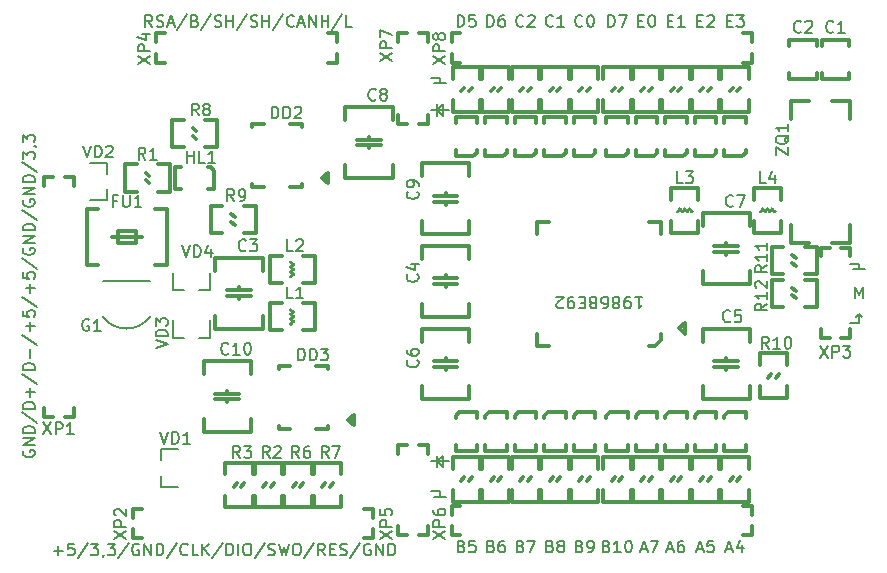
<source format=gbr>
G04 #@! TF.GenerationSoftware,KiCad,Pcbnew,(5.0.0-3-g5ebb6b6)*
G04 #@! TF.CreationDate,2019-02-10T22:36:41+03:00*
G04 #@! TF.ProjectId,mac,6D61632E6B696361645F706362000000,rev?*
G04 #@! TF.SameCoordinates,Original*
G04 #@! TF.FileFunction,Legend,Top*
G04 #@! TF.FilePolarity,Positive*
%FSLAX46Y46*%
G04 Gerber Fmt 4.6, Leading zero omitted, Abs format (unit mm)*
G04 Created by KiCad (PCBNEW (5.0.0-3-g5ebb6b6)) date *
%MOMM*%
%LPD*%
G01*
G04 APERTURE LIST*
%ADD10C,0.200000*%
%ADD11C,0.300000*%
%ADD12C,0.150000*%
G04 APERTURE END LIST*
D10*
X112000000Y-95000000D02*
X112500000Y-94500000D01*
X112500000Y-95500000D02*
X112000000Y-95000000D01*
X112000000Y-94500000D02*
X112000000Y-95500000D01*
X112500000Y-94500000D02*
X112500000Y-95500000D01*
X113000000Y-95000000D02*
X111500000Y-95000000D01*
X112000000Y-65250000D02*
X112500000Y-64750000D01*
X112500000Y-65750000D02*
X112000000Y-65250000D01*
X112000000Y-64750000D02*
X112000000Y-65750000D01*
X112500000Y-64750000D02*
X112500000Y-65750000D01*
X113000000Y-65250000D02*
X111500000Y-65250000D01*
X147750000Y-82500000D02*
X148000000Y-82750000D01*
X147750000Y-82500000D02*
X147500000Y-82750000D01*
X147750000Y-83250000D02*
X147750000Y-82500000D01*
X147000000Y-83250000D02*
X147750000Y-83250000D01*
X147416666Y-81202380D02*
X147416666Y-80202380D01*
X147750000Y-80916666D01*
X148083333Y-80202380D01*
X148083333Y-81202380D01*
X147750000Y-78750000D02*
X148250000Y-78750000D01*
X147750000Y-78750000D02*
X147250000Y-78750000D01*
X147750000Y-78250000D02*
X147750000Y-78750000D01*
X147750000Y-78250000D02*
X147000000Y-78250000D01*
X112250000Y-97500000D02*
X111500000Y-97500000D01*
X112250000Y-62500000D02*
X111500000Y-62500000D01*
X112250000Y-63000000D02*
X112750000Y-63000000D01*
X112250000Y-63000000D02*
X111750000Y-63000000D01*
X112250000Y-62500000D02*
X112250000Y-63000000D01*
X112250000Y-98000000D02*
X112750000Y-98000000D01*
X112250000Y-98000000D02*
X111750000Y-98000000D01*
X112250000Y-97500000D02*
X112250000Y-98000000D01*
X77000000Y-94095238D02*
X76952380Y-94190476D01*
X76952380Y-94333333D01*
X77000000Y-94476190D01*
X77095238Y-94571428D01*
X77190476Y-94619047D01*
X77380952Y-94666666D01*
X77523809Y-94666666D01*
X77714285Y-94619047D01*
X77809523Y-94571428D01*
X77904761Y-94476190D01*
X77952380Y-94333333D01*
X77952380Y-94238095D01*
X77904761Y-94095238D01*
X77857142Y-94047619D01*
X77523809Y-94047619D01*
X77523809Y-94238095D01*
X77952380Y-93619047D02*
X76952380Y-93619047D01*
X77952380Y-93047619D01*
X76952380Y-93047619D01*
X77952380Y-92571428D02*
X76952380Y-92571428D01*
X76952380Y-92333333D01*
X77000000Y-92190476D01*
X77095238Y-92095238D01*
X77190476Y-92047619D01*
X77380952Y-92000000D01*
X77523809Y-92000000D01*
X77714285Y-92047619D01*
X77809523Y-92095238D01*
X77904761Y-92190476D01*
X77952380Y-92333333D01*
X77952380Y-92571428D01*
X76904761Y-90857142D02*
X78190476Y-91714285D01*
X77952380Y-90523809D02*
X76952380Y-90523809D01*
X76952380Y-90285714D01*
X77000000Y-90142857D01*
X77095238Y-90047619D01*
X77190476Y-90000000D01*
X77380952Y-89952380D01*
X77523809Y-89952380D01*
X77714285Y-90000000D01*
X77809523Y-90047619D01*
X77904761Y-90142857D01*
X77952380Y-90285714D01*
X77952380Y-90523809D01*
X77571428Y-89523809D02*
X77571428Y-88761904D01*
X77952380Y-89142857D02*
X77190476Y-89142857D01*
X76904761Y-87571428D02*
X78190476Y-88428571D01*
X77952380Y-87238095D02*
X76952380Y-87238095D01*
X76952380Y-87000000D01*
X77000000Y-86857142D01*
X77095238Y-86761904D01*
X77190476Y-86714285D01*
X77380952Y-86666666D01*
X77523809Y-86666666D01*
X77714285Y-86714285D01*
X77809523Y-86761904D01*
X77904761Y-86857142D01*
X77952380Y-87000000D01*
X77952380Y-87238095D01*
X77571428Y-86238095D02*
X77571428Y-85476190D01*
X76904761Y-84285714D02*
X78190476Y-85142857D01*
X77571428Y-83952380D02*
X77571428Y-83190476D01*
X77952380Y-83571428D02*
X77190476Y-83571428D01*
X76952380Y-82238095D02*
X76952380Y-82714285D01*
X77428571Y-82761904D01*
X77380952Y-82714285D01*
X77333333Y-82619047D01*
X77333333Y-82380952D01*
X77380952Y-82285714D01*
X77428571Y-82238095D01*
X77523809Y-82190476D01*
X77761904Y-82190476D01*
X77857142Y-82238095D01*
X77904761Y-82285714D01*
X77952380Y-82380952D01*
X77952380Y-82619047D01*
X77904761Y-82714285D01*
X77857142Y-82761904D01*
X76904761Y-81047619D02*
X78190476Y-81904761D01*
X77571428Y-80714285D02*
X77571428Y-79952380D01*
X77952380Y-80333333D02*
X77190476Y-80333333D01*
X76952380Y-79000000D02*
X76952380Y-79476190D01*
X77428571Y-79523809D01*
X77380952Y-79476190D01*
X77333333Y-79380952D01*
X77333333Y-79142857D01*
X77380952Y-79047619D01*
X77428571Y-79000000D01*
X77523809Y-78952380D01*
X77761904Y-78952380D01*
X77857142Y-79000000D01*
X77904761Y-79047619D01*
X77952380Y-79142857D01*
X77952380Y-79380952D01*
X77904761Y-79476190D01*
X77857142Y-79523809D01*
X76904761Y-77809523D02*
X78190476Y-78666666D01*
X77000000Y-76952380D02*
X76952380Y-77047619D01*
X76952380Y-77190476D01*
X77000000Y-77333333D01*
X77095238Y-77428571D01*
X77190476Y-77476190D01*
X77380952Y-77523809D01*
X77523809Y-77523809D01*
X77714285Y-77476190D01*
X77809523Y-77428571D01*
X77904761Y-77333333D01*
X77952380Y-77190476D01*
X77952380Y-77095238D01*
X77904761Y-76952380D01*
X77857142Y-76904761D01*
X77523809Y-76904761D01*
X77523809Y-77095238D01*
X77952380Y-76476190D02*
X76952380Y-76476190D01*
X77952380Y-75904761D01*
X76952380Y-75904761D01*
X77952380Y-75428571D02*
X76952380Y-75428571D01*
X76952380Y-75190476D01*
X77000000Y-75047619D01*
X77095238Y-74952380D01*
X77190476Y-74904761D01*
X77380952Y-74857142D01*
X77523809Y-74857142D01*
X77714285Y-74904761D01*
X77809523Y-74952380D01*
X77904761Y-75047619D01*
X77952380Y-75190476D01*
X77952380Y-75428571D01*
X76904761Y-73714285D02*
X78190476Y-74571428D01*
X77000000Y-72857142D02*
X76952380Y-72952380D01*
X76952380Y-73095238D01*
X77000000Y-73238095D01*
X77095238Y-73333333D01*
X77190476Y-73380952D01*
X77380952Y-73428571D01*
X77523809Y-73428571D01*
X77714285Y-73380952D01*
X77809523Y-73333333D01*
X77904761Y-73238095D01*
X77952380Y-73095238D01*
X77952380Y-73000000D01*
X77904761Y-72857142D01*
X77857142Y-72809523D01*
X77523809Y-72809523D01*
X77523809Y-73000000D01*
X77952380Y-72380952D02*
X76952380Y-72380952D01*
X77952380Y-71809523D01*
X76952380Y-71809523D01*
X77952380Y-71333333D02*
X76952380Y-71333333D01*
X76952380Y-71095238D01*
X77000000Y-70952380D01*
X77095238Y-70857142D01*
X77190476Y-70809523D01*
X77380952Y-70761904D01*
X77523809Y-70761904D01*
X77714285Y-70809523D01*
X77809523Y-70857142D01*
X77904761Y-70952380D01*
X77952380Y-71095238D01*
X77952380Y-71333333D01*
X76904761Y-69619047D02*
X78190476Y-70476190D01*
X76952380Y-69380952D02*
X76952380Y-68761904D01*
X77333333Y-69095238D01*
X77333333Y-68952380D01*
X77380952Y-68857142D01*
X77428571Y-68809523D01*
X77523809Y-68761904D01*
X77761904Y-68761904D01*
X77857142Y-68809523D01*
X77904761Y-68857142D01*
X77952380Y-68952380D01*
X77952380Y-69238095D01*
X77904761Y-69333333D01*
X77857142Y-69380952D01*
X77904761Y-68285714D02*
X77952380Y-68285714D01*
X78047619Y-68333333D01*
X78095238Y-68380952D01*
X76952380Y-67952380D02*
X76952380Y-67333333D01*
X77333333Y-67666666D01*
X77333333Y-67523809D01*
X77380952Y-67428571D01*
X77428571Y-67380952D01*
X77523809Y-67333333D01*
X77761904Y-67333333D01*
X77857142Y-67380952D01*
X77904761Y-67428571D01*
X77952380Y-67523809D01*
X77952380Y-67809523D01*
X77904761Y-67904761D01*
X77857142Y-67952380D01*
X79571428Y-102571428D02*
X80333333Y-102571428D01*
X79952380Y-102952380D02*
X79952380Y-102190476D01*
X81285714Y-101952380D02*
X80809523Y-101952380D01*
X80761904Y-102428571D01*
X80809523Y-102380952D01*
X80904761Y-102333333D01*
X81142857Y-102333333D01*
X81238095Y-102380952D01*
X81285714Y-102428571D01*
X81333333Y-102523809D01*
X81333333Y-102761904D01*
X81285714Y-102857142D01*
X81238095Y-102904761D01*
X81142857Y-102952380D01*
X80904761Y-102952380D01*
X80809523Y-102904761D01*
X80761904Y-102857142D01*
X82476190Y-101904761D02*
X81619047Y-103190476D01*
X82714285Y-101952380D02*
X83333333Y-101952380D01*
X83000000Y-102333333D01*
X83142857Y-102333333D01*
X83238095Y-102380952D01*
X83285714Y-102428571D01*
X83333333Y-102523809D01*
X83333333Y-102761904D01*
X83285714Y-102857142D01*
X83238095Y-102904761D01*
X83142857Y-102952380D01*
X82857142Y-102952380D01*
X82761904Y-102904761D01*
X82714285Y-102857142D01*
X83809523Y-102904761D02*
X83809523Y-102952380D01*
X83761904Y-103047619D01*
X83714285Y-103095238D01*
X84142857Y-101952380D02*
X84761904Y-101952380D01*
X84428571Y-102333333D01*
X84571428Y-102333333D01*
X84666666Y-102380952D01*
X84714285Y-102428571D01*
X84761904Y-102523809D01*
X84761904Y-102761904D01*
X84714285Y-102857142D01*
X84666666Y-102904761D01*
X84571428Y-102952380D01*
X84285714Y-102952380D01*
X84190476Y-102904761D01*
X84142857Y-102857142D01*
X85904761Y-101904761D02*
X85047619Y-103190476D01*
X86761904Y-102000000D02*
X86666666Y-101952380D01*
X86523809Y-101952380D01*
X86380952Y-102000000D01*
X86285714Y-102095238D01*
X86238095Y-102190476D01*
X86190476Y-102380952D01*
X86190476Y-102523809D01*
X86238095Y-102714285D01*
X86285714Y-102809523D01*
X86380952Y-102904761D01*
X86523809Y-102952380D01*
X86619047Y-102952380D01*
X86761904Y-102904761D01*
X86809523Y-102857142D01*
X86809523Y-102523809D01*
X86619047Y-102523809D01*
X87238095Y-102952380D02*
X87238095Y-101952380D01*
X87809523Y-102952380D01*
X87809523Y-101952380D01*
X88285714Y-102952380D02*
X88285714Y-101952380D01*
X88523809Y-101952380D01*
X88666666Y-102000000D01*
X88761904Y-102095238D01*
X88809523Y-102190476D01*
X88857142Y-102380952D01*
X88857142Y-102523809D01*
X88809523Y-102714285D01*
X88761904Y-102809523D01*
X88666666Y-102904761D01*
X88523809Y-102952380D01*
X88285714Y-102952380D01*
X90000000Y-101904761D02*
X89142857Y-103190476D01*
X90904761Y-102857142D02*
X90857142Y-102904761D01*
X90714285Y-102952380D01*
X90619047Y-102952380D01*
X90476190Y-102904761D01*
X90380952Y-102809523D01*
X90333333Y-102714285D01*
X90285714Y-102523809D01*
X90285714Y-102380952D01*
X90333333Y-102190476D01*
X90380952Y-102095238D01*
X90476190Y-102000000D01*
X90619047Y-101952380D01*
X90714285Y-101952380D01*
X90857142Y-102000000D01*
X90904761Y-102047619D01*
X91809523Y-102952380D02*
X91333333Y-102952380D01*
X91333333Y-101952380D01*
X92142857Y-102952380D02*
X92142857Y-101952380D01*
X92714285Y-102952380D02*
X92285714Y-102380952D01*
X92714285Y-101952380D02*
X92142857Y-102523809D01*
X93857142Y-101904761D02*
X93000000Y-103190476D01*
X94190476Y-102952380D02*
X94190476Y-101952380D01*
X94428571Y-101952380D01*
X94571428Y-102000000D01*
X94666666Y-102095238D01*
X94714285Y-102190476D01*
X94761904Y-102380952D01*
X94761904Y-102523809D01*
X94714285Y-102714285D01*
X94666666Y-102809523D01*
X94571428Y-102904761D01*
X94428571Y-102952380D01*
X94190476Y-102952380D01*
X95190476Y-102952380D02*
X95190476Y-101952380D01*
X95857142Y-101952380D02*
X96047619Y-101952380D01*
X96142857Y-102000000D01*
X96238095Y-102095238D01*
X96285714Y-102285714D01*
X96285714Y-102619047D01*
X96238095Y-102809523D01*
X96142857Y-102904761D01*
X96047619Y-102952380D01*
X95857142Y-102952380D01*
X95761904Y-102904761D01*
X95666666Y-102809523D01*
X95619047Y-102619047D01*
X95619047Y-102285714D01*
X95666666Y-102095238D01*
X95761904Y-102000000D01*
X95857142Y-101952380D01*
X97428571Y-101904761D02*
X96571428Y-103190476D01*
X97714285Y-102904761D02*
X97857142Y-102952380D01*
X98095238Y-102952380D01*
X98190476Y-102904761D01*
X98238095Y-102857142D01*
X98285714Y-102761904D01*
X98285714Y-102666666D01*
X98238095Y-102571428D01*
X98190476Y-102523809D01*
X98095238Y-102476190D01*
X97904761Y-102428571D01*
X97809523Y-102380952D01*
X97761904Y-102333333D01*
X97714285Y-102238095D01*
X97714285Y-102142857D01*
X97761904Y-102047619D01*
X97809523Y-102000000D01*
X97904761Y-101952380D01*
X98142857Y-101952380D01*
X98285714Y-102000000D01*
X98619047Y-101952380D02*
X98857142Y-102952380D01*
X99047619Y-102238095D01*
X99238095Y-102952380D01*
X99476190Y-101952380D01*
X100047619Y-101952380D02*
X100238095Y-101952380D01*
X100333333Y-102000000D01*
X100428571Y-102095238D01*
X100476190Y-102285714D01*
X100476190Y-102619047D01*
X100428571Y-102809523D01*
X100333333Y-102904761D01*
X100238095Y-102952380D01*
X100047619Y-102952380D01*
X99952380Y-102904761D01*
X99857142Y-102809523D01*
X99809523Y-102619047D01*
X99809523Y-102285714D01*
X99857142Y-102095238D01*
X99952380Y-102000000D01*
X100047619Y-101952380D01*
X101619047Y-101904761D02*
X100761904Y-103190476D01*
X102523809Y-102952380D02*
X102190476Y-102476190D01*
X101952380Y-102952380D02*
X101952380Y-101952380D01*
X102333333Y-101952380D01*
X102428571Y-102000000D01*
X102476190Y-102047619D01*
X102523809Y-102142857D01*
X102523809Y-102285714D01*
X102476190Y-102380952D01*
X102428571Y-102428571D01*
X102333333Y-102476190D01*
X101952380Y-102476190D01*
X102952380Y-102428571D02*
X103285714Y-102428571D01*
X103428571Y-102952380D02*
X102952380Y-102952380D01*
X102952380Y-101952380D01*
X103428571Y-101952380D01*
X103809523Y-102904761D02*
X103952380Y-102952380D01*
X104190476Y-102952380D01*
X104285714Y-102904761D01*
X104333333Y-102857142D01*
X104380952Y-102761904D01*
X104380952Y-102666666D01*
X104333333Y-102571428D01*
X104285714Y-102523809D01*
X104190476Y-102476190D01*
X103999999Y-102428571D01*
X103904761Y-102380952D01*
X103857142Y-102333333D01*
X103809523Y-102238095D01*
X103809523Y-102142857D01*
X103857142Y-102047619D01*
X103904761Y-102000000D01*
X103999999Y-101952380D01*
X104238095Y-101952380D01*
X104380952Y-102000000D01*
X105523809Y-101904761D02*
X104666666Y-103190476D01*
X106380952Y-102000000D02*
X106285714Y-101952380D01*
X106142857Y-101952380D01*
X105999999Y-102000000D01*
X105904761Y-102095238D01*
X105857142Y-102190476D01*
X105809523Y-102380952D01*
X105809523Y-102523809D01*
X105857142Y-102714285D01*
X105904761Y-102809523D01*
X105999999Y-102904761D01*
X106142857Y-102952380D01*
X106238095Y-102952380D01*
X106380952Y-102904761D01*
X106428571Y-102857142D01*
X106428571Y-102523809D01*
X106238095Y-102523809D01*
X106857142Y-102952380D02*
X106857142Y-101952380D01*
X107428571Y-102952380D01*
X107428571Y-101952380D01*
X107904761Y-102952380D02*
X107904761Y-101952380D01*
X108142857Y-101952380D01*
X108285714Y-102000000D01*
X108380952Y-102095238D01*
X108428571Y-102190476D01*
X108476190Y-102380952D01*
X108476190Y-102523809D01*
X108428571Y-102714285D01*
X108380952Y-102809523D01*
X108285714Y-102904761D01*
X108142857Y-102952380D01*
X107904761Y-102952380D01*
X87904761Y-58202380D02*
X87571428Y-57726190D01*
X87333333Y-58202380D02*
X87333333Y-57202380D01*
X87714285Y-57202380D01*
X87809523Y-57250000D01*
X87857142Y-57297619D01*
X87904761Y-57392857D01*
X87904761Y-57535714D01*
X87857142Y-57630952D01*
X87809523Y-57678571D01*
X87714285Y-57726190D01*
X87333333Y-57726190D01*
X88285714Y-58154761D02*
X88428571Y-58202380D01*
X88666666Y-58202380D01*
X88761904Y-58154761D01*
X88809523Y-58107142D01*
X88857142Y-58011904D01*
X88857142Y-57916666D01*
X88809523Y-57821428D01*
X88761904Y-57773809D01*
X88666666Y-57726190D01*
X88476190Y-57678571D01*
X88380952Y-57630952D01*
X88333333Y-57583333D01*
X88285714Y-57488095D01*
X88285714Y-57392857D01*
X88333333Y-57297619D01*
X88380952Y-57250000D01*
X88476190Y-57202380D01*
X88714285Y-57202380D01*
X88857142Y-57250000D01*
X89238095Y-57916666D02*
X89714285Y-57916666D01*
X89142857Y-58202380D02*
X89476190Y-57202380D01*
X89809523Y-58202380D01*
X90857142Y-57154761D02*
X90000000Y-58440476D01*
X91523809Y-57678571D02*
X91666666Y-57726190D01*
X91714285Y-57773809D01*
X91761904Y-57869047D01*
X91761904Y-58011904D01*
X91714285Y-58107142D01*
X91666666Y-58154761D01*
X91571428Y-58202380D01*
X91190476Y-58202380D01*
X91190476Y-57202380D01*
X91523809Y-57202380D01*
X91619047Y-57250000D01*
X91666666Y-57297619D01*
X91714285Y-57392857D01*
X91714285Y-57488095D01*
X91666666Y-57583333D01*
X91619047Y-57630952D01*
X91523809Y-57678571D01*
X91190476Y-57678571D01*
X92904761Y-57154761D02*
X92047619Y-58440476D01*
X93190476Y-58154761D02*
X93333333Y-58202380D01*
X93571428Y-58202380D01*
X93666666Y-58154761D01*
X93714285Y-58107142D01*
X93761904Y-58011904D01*
X93761904Y-57916666D01*
X93714285Y-57821428D01*
X93666666Y-57773809D01*
X93571428Y-57726190D01*
X93380952Y-57678571D01*
X93285714Y-57630952D01*
X93238095Y-57583333D01*
X93190476Y-57488095D01*
X93190476Y-57392857D01*
X93238095Y-57297619D01*
X93285714Y-57250000D01*
X93380952Y-57202380D01*
X93619047Y-57202380D01*
X93761904Y-57250000D01*
X94190476Y-58202380D02*
X94190476Y-57202380D01*
X94190476Y-57678571D02*
X94761904Y-57678571D01*
X94761904Y-58202380D02*
X94761904Y-57202380D01*
X95952380Y-57154761D02*
X95095238Y-58440476D01*
X96238095Y-58154761D02*
X96380952Y-58202380D01*
X96619047Y-58202380D01*
X96714285Y-58154761D01*
X96761904Y-58107142D01*
X96809523Y-58011904D01*
X96809523Y-57916666D01*
X96761904Y-57821428D01*
X96714285Y-57773809D01*
X96619047Y-57726190D01*
X96428571Y-57678571D01*
X96333333Y-57630952D01*
X96285714Y-57583333D01*
X96238095Y-57488095D01*
X96238095Y-57392857D01*
X96285714Y-57297619D01*
X96333333Y-57250000D01*
X96428571Y-57202380D01*
X96666666Y-57202380D01*
X96809523Y-57250000D01*
X97238095Y-58202380D02*
X97238095Y-57202380D01*
X97238095Y-57678571D02*
X97809523Y-57678571D01*
X97809523Y-58202380D02*
X97809523Y-57202380D01*
X98999999Y-57154761D02*
X98142857Y-58440476D01*
X99904761Y-58107142D02*
X99857142Y-58154761D01*
X99714285Y-58202380D01*
X99619047Y-58202380D01*
X99476190Y-58154761D01*
X99380952Y-58059523D01*
X99333333Y-57964285D01*
X99285714Y-57773809D01*
X99285714Y-57630952D01*
X99333333Y-57440476D01*
X99380952Y-57345238D01*
X99476190Y-57250000D01*
X99619047Y-57202380D01*
X99714285Y-57202380D01*
X99857142Y-57250000D01*
X99904761Y-57297619D01*
X100285714Y-57916666D02*
X100761904Y-57916666D01*
X100190476Y-58202380D02*
X100523809Y-57202380D01*
X100857142Y-58202380D01*
X101190476Y-58202380D02*
X101190476Y-57202380D01*
X101761904Y-58202380D01*
X101761904Y-57202380D01*
X102238095Y-58202380D02*
X102238095Y-57202380D01*
X102238095Y-57678571D02*
X102809523Y-57678571D01*
X102809523Y-58202380D02*
X102809523Y-57202380D01*
X103999999Y-57154761D02*
X103142857Y-58440476D01*
X104809523Y-58202380D02*
X104333333Y-58202380D01*
X104333333Y-57202380D01*
X128797619Y-81047619D02*
X129369047Y-81047619D01*
X129083333Y-81047619D02*
X129083333Y-82047619D01*
X129178571Y-81904761D01*
X129273809Y-81809523D01*
X129369047Y-81761904D01*
X128321428Y-81047619D02*
X128130952Y-81047619D01*
X128035714Y-81095238D01*
X127988095Y-81142857D01*
X127892857Y-81285714D01*
X127845238Y-81476190D01*
X127845238Y-81857142D01*
X127892857Y-81952380D01*
X127940476Y-82000000D01*
X128035714Y-82047619D01*
X128226190Y-82047619D01*
X128321428Y-82000000D01*
X128369047Y-81952380D01*
X128416666Y-81857142D01*
X128416666Y-81619047D01*
X128369047Y-81523809D01*
X128321428Y-81476190D01*
X128226190Y-81428571D01*
X128035714Y-81428571D01*
X127940476Y-81476190D01*
X127892857Y-81523809D01*
X127845238Y-81619047D01*
X127273809Y-81619047D02*
X127369047Y-81666666D01*
X127416666Y-81714285D01*
X127464285Y-81809523D01*
X127464285Y-81857142D01*
X127416666Y-81952380D01*
X127369047Y-82000000D01*
X127273809Y-82047619D01*
X127083333Y-82047619D01*
X126988095Y-82000000D01*
X126940476Y-81952380D01*
X126892857Y-81857142D01*
X126892857Y-81809523D01*
X126940476Y-81714285D01*
X126988095Y-81666666D01*
X127083333Y-81619047D01*
X127273809Y-81619047D01*
X127369047Y-81571428D01*
X127416666Y-81523809D01*
X127464285Y-81428571D01*
X127464285Y-81238095D01*
X127416666Y-81142857D01*
X127369047Y-81095238D01*
X127273809Y-81047619D01*
X127083333Y-81047619D01*
X126988095Y-81095238D01*
X126940476Y-81142857D01*
X126892857Y-81238095D01*
X126892857Y-81428571D01*
X126940476Y-81523809D01*
X126988095Y-81571428D01*
X127083333Y-81619047D01*
X126035714Y-82047619D02*
X126226190Y-82047619D01*
X126321428Y-82000000D01*
X126369047Y-81952380D01*
X126464285Y-81809523D01*
X126511904Y-81619047D01*
X126511904Y-81238095D01*
X126464285Y-81142857D01*
X126416666Y-81095238D01*
X126321428Y-81047619D01*
X126130952Y-81047619D01*
X126035714Y-81095238D01*
X125988095Y-81142857D01*
X125940476Y-81238095D01*
X125940476Y-81476190D01*
X125988095Y-81571428D01*
X126035714Y-81619047D01*
X126130952Y-81666666D01*
X126321428Y-81666666D01*
X126416666Y-81619047D01*
X126464285Y-81571428D01*
X126511904Y-81476190D01*
X125178571Y-81571428D02*
X125035714Y-81523809D01*
X124988095Y-81476190D01*
X124940476Y-81380952D01*
X124940476Y-81238095D01*
X124988095Y-81142857D01*
X125035714Y-81095238D01*
X125130952Y-81047619D01*
X125511904Y-81047619D01*
X125511904Y-82047619D01*
X125178571Y-82047619D01*
X125083333Y-82000000D01*
X125035714Y-81952380D01*
X124988095Y-81857142D01*
X124988095Y-81761904D01*
X125035714Y-81666666D01*
X125083333Y-81619047D01*
X125178571Y-81571428D01*
X125511904Y-81571428D01*
X124511904Y-81571428D02*
X124178571Y-81571428D01*
X124035714Y-81047619D02*
X124511904Y-81047619D01*
X124511904Y-82047619D01*
X124035714Y-82047619D01*
X123559523Y-81047619D02*
X123369047Y-81047619D01*
X123273809Y-81095238D01*
X123226190Y-81142857D01*
X123130952Y-81285714D01*
X123083333Y-81476190D01*
X123083333Y-81857142D01*
X123130952Y-81952380D01*
X123178571Y-82000000D01*
X123273809Y-82047619D01*
X123464285Y-82047619D01*
X123559523Y-82000000D01*
X123607142Y-81952380D01*
X123654761Y-81857142D01*
X123654761Y-81619047D01*
X123607142Y-81523809D01*
X123559523Y-81476190D01*
X123464285Y-81428571D01*
X123273809Y-81428571D01*
X123178571Y-81476190D01*
X123130952Y-81523809D01*
X123083333Y-81619047D01*
X122702380Y-81952380D02*
X122654761Y-82000000D01*
X122559523Y-82047619D01*
X122321428Y-82047619D01*
X122226190Y-82000000D01*
X122178571Y-81952380D01*
X122130952Y-81857142D01*
X122130952Y-81761904D01*
X122178571Y-81619047D01*
X122750000Y-81047619D01*
X122130952Y-81047619D01*
X136535714Y-102416666D02*
X137011904Y-102416666D01*
X136440476Y-102702380D02*
X136773809Y-101702380D01*
X137107142Y-102702380D01*
X137869047Y-102035714D02*
X137869047Y-102702380D01*
X137630952Y-101654761D02*
X137392857Y-102369047D01*
X138011904Y-102369047D01*
X134035714Y-102416666D02*
X134511904Y-102416666D01*
X133940476Y-102702380D02*
X134273809Y-101702380D01*
X134607142Y-102702380D01*
X135416666Y-101702380D02*
X134940476Y-101702380D01*
X134892857Y-102178571D01*
X134940476Y-102130952D01*
X135035714Y-102083333D01*
X135273809Y-102083333D01*
X135369047Y-102130952D01*
X135416666Y-102178571D01*
X135464285Y-102273809D01*
X135464285Y-102511904D01*
X135416666Y-102607142D01*
X135369047Y-102654761D01*
X135273809Y-102702380D01*
X135035714Y-102702380D01*
X134940476Y-102654761D01*
X134892857Y-102607142D01*
X131535714Y-102416666D02*
X132011904Y-102416666D01*
X131440476Y-102702380D02*
X131773809Y-101702380D01*
X132107142Y-102702380D01*
X132869047Y-101702380D02*
X132678571Y-101702380D01*
X132583333Y-101750000D01*
X132535714Y-101797619D01*
X132440476Y-101940476D01*
X132392857Y-102130952D01*
X132392857Y-102511904D01*
X132440476Y-102607142D01*
X132488095Y-102654761D01*
X132583333Y-102702380D01*
X132773809Y-102702380D01*
X132869047Y-102654761D01*
X132916666Y-102607142D01*
X132964285Y-102511904D01*
X132964285Y-102273809D01*
X132916666Y-102178571D01*
X132869047Y-102130952D01*
X132773809Y-102083333D01*
X132583333Y-102083333D01*
X132488095Y-102130952D01*
X132440476Y-102178571D01*
X132392857Y-102273809D01*
X129285714Y-102416666D02*
X129761904Y-102416666D01*
X129190476Y-102702380D02*
X129523809Y-101702380D01*
X129857142Y-102702380D01*
X130095238Y-101702380D02*
X130761904Y-101702380D01*
X130333333Y-102702380D01*
X126369047Y-102178571D02*
X126511904Y-102226190D01*
X126559523Y-102273809D01*
X126607142Y-102369047D01*
X126607142Y-102511904D01*
X126559523Y-102607142D01*
X126511904Y-102654761D01*
X126416666Y-102702380D01*
X126035714Y-102702380D01*
X126035714Y-101702380D01*
X126369047Y-101702380D01*
X126464285Y-101750000D01*
X126511904Y-101797619D01*
X126559523Y-101892857D01*
X126559523Y-101988095D01*
X126511904Y-102083333D01*
X126464285Y-102130952D01*
X126369047Y-102178571D01*
X126035714Y-102178571D01*
X127559523Y-102702380D02*
X126988095Y-102702380D01*
X127273809Y-102702380D02*
X127273809Y-101702380D01*
X127178571Y-101845238D01*
X127083333Y-101940476D01*
X126988095Y-101988095D01*
X128178571Y-101702380D02*
X128273809Y-101702380D01*
X128369047Y-101750000D01*
X128416666Y-101797619D01*
X128464285Y-101892857D01*
X128511904Y-102083333D01*
X128511904Y-102321428D01*
X128464285Y-102511904D01*
X128416666Y-102607142D01*
X128369047Y-102654761D01*
X128273809Y-102702380D01*
X128178571Y-102702380D01*
X128083333Y-102654761D01*
X128035714Y-102607142D01*
X127988095Y-102511904D01*
X127940476Y-102321428D01*
X127940476Y-102083333D01*
X127988095Y-101892857D01*
X128035714Y-101797619D01*
X128083333Y-101750000D01*
X128178571Y-101702380D01*
X124095238Y-102178571D02*
X124238095Y-102226190D01*
X124285714Y-102273809D01*
X124333333Y-102369047D01*
X124333333Y-102511904D01*
X124285714Y-102607142D01*
X124238095Y-102654761D01*
X124142857Y-102702380D01*
X123761904Y-102702380D01*
X123761904Y-101702380D01*
X124095238Y-101702380D01*
X124190476Y-101750000D01*
X124238095Y-101797619D01*
X124285714Y-101892857D01*
X124285714Y-101988095D01*
X124238095Y-102083333D01*
X124190476Y-102130952D01*
X124095238Y-102178571D01*
X123761904Y-102178571D01*
X124809523Y-102702380D02*
X125000000Y-102702380D01*
X125095238Y-102654761D01*
X125142857Y-102607142D01*
X125238095Y-102464285D01*
X125285714Y-102273809D01*
X125285714Y-101892857D01*
X125238095Y-101797619D01*
X125190476Y-101750000D01*
X125095238Y-101702380D01*
X124904761Y-101702380D01*
X124809523Y-101750000D01*
X124761904Y-101797619D01*
X124714285Y-101892857D01*
X124714285Y-102130952D01*
X124761904Y-102226190D01*
X124809523Y-102273809D01*
X124904761Y-102321428D01*
X125095238Y-102321428D01*
X125190476Y-102273809D01*
X125238095Y-102226190D01*
X125285714Y-102130952D01*
X121595238Y-102178571D02*
X121738095Y-102226190D01*
X121785714Y-102273809D01*
X121833333Y-102369047D01*
X121833333Y-102511904D01*
X121785714Y-102607142D01*
X121738095Y-102654761D01*
X121642857Y-102702380D01*
X121261904Y-102702380D01*
X121261904Y-101702380D01*
X121595238Y-101702380D01*
X121690476Y-101750000D01*
X121738095Y-101797619D01*
X121785714Y-101892857D01*
X121785714Y-101988095D01*
X121738095Y-102083333D01*
X121690476Y-102130952D01*
X121595238Y-102178571D01*
X121261904Y-102178571D01*
X122404761Y-102130952D02*
X122309523Y-102083333D01*
X122261904Y-102035714D01*
X122214285Y-101940476D01*
X122214285Y-101892857D01*
X122261904Y-101797619D01*
X122309523Y-101750000D01*
X122404761Y-101702380D01*
X122595238Y-101702380D01*
X122690476Y-101750000D01*
X122738095Y-101797619D01*
X122785714Y-101892857D01*
X122785714Y-101940476D01*
X122738095Y-102035714D01*
X122690476Y-102083333D01*
X122595238Y-102130952D01*
X122404761Y-102130952D01*
X122309523Y-102178571D01*
X122261904Y-102226190D01*
X122214285Y-102321428D01*
X122214285Y-102511904D01*
X122261904Y-102607142D01*
X122309523Y-102654761D01*
X122404761Y-102702380D01*
X122595238Y-102702380D01*
X122690476Y-102654761D01*
X122738095Y-102607142D01*
X122785714Y-102511904D01*
X122785714Y-102321428D01*
X122738095Y-102226190D01*
X122690476Y-102178571D01*
X122595238Y-102130952D01*
X119095238Y-102178571D02*
X119238095Y-102226190D01*
X119285714Y-102273809D01*
X119333333Y-102369047D01*
X119333333Y-102511904D01*
X119285714Y-102607142D01*
X119238095Y-102654761D01*
X119142857Y-102702380D01*
X118761904Y-102702380D01*
X118761904Y-101702380D01*
X119095238Y-101702380D01*
X119190476Y-101750000D01*
X119238095Y-101797619D01*
X119285714Y-101892857D01*
X119285714Y-101988095D01*
X119238095Y-102083333D01*
X119190476Y-102130952D01*
X119095238Y-102178571D01*
X118761904Y-102178571D01*
X119666666Y-101702380D02*
X120333333Y-101702380D01*
X119904761Y-102702380D01*
X116595238Y-102178571D02*
X116738095Y-102226190D01*
X116785714Y-102273809D01*
X116833333Y-102369047D01*
X116833333Y-102511904D01*
X116785714Y-102607142D01*
X116738095Y-102654761D01*
X116642857Y-102702380D01*
X116261904Y-102702380D01*
X116261904Y-101702380D01*
X116595238Y-101702380D01*
X116690476Y-101750000D01*
X116738095Y-101797619D01*
X116785714Y-101892857D01*
X116785714Y-101988095D01*
X116738095Y-102083333D01*
X116690476Y-102130952D01*
X116595238Y-102178571D01*
X116261904Y-102178571D01*
X117690476Y-101702380D02*
X117500000Y-101702380D01*
X117404761Y-101750000D01*
X117357142Y-101797619D01*
X117261904Y-101940476D01*
X117214285Y-102130952D01*
X117214285Y-102511904D01*
X117261904Y-102607142D01*
X117309523Y-102654761D01*
X117404761Y-102702380D01*
X117595238Y-102702380D01*
X117690476Y-102654761D01*
X117738095Y-102607142D01*
X117785714Y-102511904D01*
X117785714Y-102273809D01*
X117738095Y-102178571D01*
X117690476Y-102130952D01*
X117595238Y-102083333D01*
X117404761Y-102083333D01*
X117309523Y-102130952D01*
X117261904Y-102178571D01*
X117214285Y-102273809D01*
X114095238Y-102178571D02*
X114238095Y-102226190D01*
X114285714Y-102273809D01*
X114333333Y-102369047D01*
X114333333Y-102511904D01*
X114285714Y-102607142D01*
X114238095Y-102654761D01*
X114142857Y-102702380D01*
X113761904Y-102702380D01*
X113761904Y-101702380D01*
X114095238Y-101702380D01*
X114190476Y-101750000D01*
X114238095Y-101797619D01*
X114285714Y-101892857D01*
X114285714Y-101988095D01*
X114238095Y-102083333D01*
X114190476Y-102130952D01*
X114095238Y-102178571D01*
X113761904Y-102178571D01*
X115238095Y-101702380D02*
X114761904Y-101702380D01*
X114714285Y-102178571D01*
X114761904Y-102130952D01*
X114857142Y-102083333D01*
X115095238Y-102083333D01*
X115190476Y-102130952D01*
X115238095Y-102178571D01*
X115285714Y-102273809D01*
X115285714Y-102511904D01*
X115238095Y-102607142D01*
X115190476Y-102654761D01*
X115095238Y-102702380D01*
X114857142Y-102702380D01*
X114761904Y-102654761D01*
X114714285Y-102607142D01*
X136559523Y-57678571D02*
X136892857Y-57678571D01*
X137035714Y-58202380D02*
X136559523Y-58202380D01*
X136559523Y-57202380D01*
X137035714Y-57202380D01*
X137369047Y-57202380D02*
X137988095Y-57202380D01*
X137654761Y-57583333D01*
X137797619Y-57583333D01*
X137892857Y-57630952D01*
X137940476Y-57678571D01*
X137988095Y-57773809D01*
X137988095Y-58011904D01*
X137940476Y-58107142D01*
X137892857Y-58154761D01*
X137797619Y-58202380D01*
X137511904Y-58202380D01*
X137416666Y-58154761D01*
X137369047Y-58107142D01*
X134059523Y-57678571D02*
X134392857Y-57678571D01*
X134535714Y-58202380D02*
X134059523Y-58202380D01*
X134059523Y-57202380D01*
X134535714Y-57202380D01*
X134916666Y-57297619D02*
X134964285Y-57250000D01*
X135059523Y-57202380D01*
X135297619Y-57202380D01*
X135392857Y-57250000D01*
X135440476Y-57297619D01*
X135488095Y-57392857D01*
X135488095Y-57488095D01*
X135440476Y-57630952D01*
X134869047Y-58202380D01*
X135488095Y-58202380D01*
X131559523Y-57678571D02*
X131892857Y-57678571D01*
X132035714Y-58202380D02*
X131559523Y-58202380D01*
X131559523Y-57202380D01*
X132035714Y-57202380D01*
X132988095Y-58202380D02*
X132416666Y-58202380D01*
X132702380Y-58202380D02*
X132702380Y-57202380D01*
X132607142Y-57345238D01*
X132511904Y-57440476D01*
X132416666Y-57488095D01*
X129059523Y-57678571D02*
X129392857Y-57678571D01*
X129535714Y-58202380D02*
X129059523Y-58202380D01*
X129059523Y-57202380D01*
X129535714Y-57202380D01*
X130154761Y-57202380D02*
X130250000Y-57202380D01*
X130345238Y-57250000D01*
X130392857Y-57297619D01*
X130440476Y-57392857D01*
X130488095Y-57583333D01*
X130488095Y-57821428D01*
X130440476Y-58011904D01*
X130392857Y-58107142D01*
X130345238Y-58154761D01*
X130250000Y-58202380D01*
X130154761Y-58202380D01*
X130059523Y-58154761D01*
X130011904Y-58107142D01*
X129964285Y-58011904D01*
X129916666Y-57821428D01*
X129916666Y-57583333D01*
X129964285Y-57392857D01*
X130011904Y-57297619D01*
X130059523Y-57250000D01*
X130154761Y-57202380D01*
X126511904Y-58202380D02*
X126511904Y-57202380D01*
X126750000Y-57202380D01*
X126892857Y-57250000D01*
X126988095Y-57345238D01*
X127035714Y-57440476D01*
X127083333Y-57630952D01*
X127083333Y-57773809D01*
X127035714Y-57964285D01*
X126988095Y-58059523D01*
X126892857Y-58154761D01*
X126750000Y-58202380D01*
X126511904Y-58202380D01*
X127416666Y-57202380D02*
X128083333Y-57202380D01*
X127654761Y-58202380D01*
X124333333Y-58107142D02*
X124285714Y-58154761D01*
X124142857Y-58202380D01*
X124047619Y-58202380D01*
X123904761Y-58154761D01*
X123809523Y-58059523D01*
X123761904Y-57964285D01*
X123714285Y-57773809D01*
X123714285Y-57630952D01*
X123761904Y-57440476D01*
X123809523Y-57345238D01*
X123904761Y-57250000D01*
X124047619Y-57202380D01*
X124142857Y-57202380D01*
X124285714Y-57250000D01*
X124333333Y-57297619D01*
X124952380Y-57202380D02*
X125047619Y-57202380D01*
X125142857Y-57250000D01*
X125190476Y-57297619D01*
X125238095Y-57392857D01*
X125285714Y-57583333D01*
X125285714Y-57821428D01*
X125238095Y-58011904D01*
X125190476Y-58107142D01*
X125142857Y-58154761D01*
X125047619Y-58202380D01*
X124952380Y-58202380D01*
X124857142Y-58154761D01*
X124809523Y-58107142D01*
X124761904Y-58011904D01*
X124714285Y-57821428D01*
X124714285Y-57583333D01*
X124761904Y-57392857D01*
X124809523Y-57297619D01*
X124857142Y-57250000D01*
X124952380Y-57202380D01*
X121833333Y-58107142D02*
X121785714Y-58154761D01*
X121642857Y-58202380D01*
X121547619Y-58202380D01*
X121404761Y-58154761D01*
X121309523Y-58059523D01*
X121261904Y-57964285D01*
X121214285Y-57773809D01*
X121214285Y-57630952D01*
X121261904Y-57440476D01*
X121309523Y-57345238D01*
X121404761Y-57250000D01*
X121547619Y-57202380D01*
X121642857Y-57202380D01*
X121785714Y-57250000D01*
X121833333Y-57297619D01*
X122785714Y-58202380D02*
X122214285Y-58202380D01*
X122500000Y-58202380D02*
X122500000Y-57202380D01*
X122404761Y-57345238D01*
X122309523Y-57440476D01*
X122214285Y-57488095D01*
X119333333Y-58107142D02*
X119285714Y-58154761D01*
X119142857Y-58202380D01*
X119047619Y-58202380D01*
X118904761Y-58154761D01*
X118809523Y-58059523D01*
X118761904Y-57964285D01*
X118714285Y-57773809D01*
X118714285Y-57630952D01*
X118761904Y-57440476D01*
X118809523Y-57345238D01*
X118904761Y-57250000D01*
X119047619Y-57202380D01*
X119142857Y-57202380D01*
X119285714Y-57250000D01*
X119333333Y-57297619D01*
X119714285Y-57297619D02*
X119761904Y-57250000D01*
X119857142Y-57202380D01*
X120095238Y-57202380D01*
X120190476Y-57250000D01*
X120238095Y-57297619D01*
X120285714Y-57392857D01*
X120285714Y-57488095D01*
X120238095Y-57630952D01*
X119666666Y-58202380D01*
X120285714Y-58202380D01*
X116261904Y-58202380D02*
X116261904Y-57202380D01*
X116500000Y-57202380D01*
X116642857Y-57250000D01*
X116738095Y-57345238D01*
X116785714Y-57440476D01*
X116833333Y-57630952D01*
X116833333Y-57773809D01*
X116785714Y-57964285D01*
X116738095Y-58059523D01*
X116642857Y-58154761D01*
X116500000Y-58202380D01*
X116261904Y-58202380D01*
X117690476Y-57202380D02*
X117500000Y-57202380D01*
X117404761Y-57250000D01*
X117357142Y-57297619D01*
X117261904Y-57440476D01*
X117214285Y-57630952D01*
X117214285Y-58011904D01*
X117261904Y-58107142D01*
X117309523Y-58154761D01*
X117404761Y-58202380D01*
X117595238Y-58202380D01*
X117690476Y-58154761D01*
X117738095Y-58107142D01*
X117785714Y-58011904D01*
X117785714Y-57773809D01*
X117738095Y-57678571D01*
X117690476Y-57630952D01*
X117595238Y-57583333D01*
X117404761Y-57583333D01*
X117309523Y-57630952D01*
X117261904Y-57678571D01*
X117214285Y-57773809D01*
X113761904Y-58202380D02*
X113761904Y-57202380D01*
X114000000Y-57202380D01*
X114142857Y-57250000D01*
X114238095Y-57345238D01*
X114285714Y-57440476D01*
X114333333Y-57630952D01*
X114333333Y-57773809D01*
X114285714Y-57964285D01*
X114238095Y-58059523D01*
X114142857Y-58154761D01*
X114000000Y-58202380D01*
X113761904Y-58202380D01*
X115238095Y-57202380D02*
X114761904Y-57202380D01*
X114714285Y-57678571D01*
X114761904Y-57630952D01*
X114857142Y-57583333D01*
X115095238Y-57583333D01*
X115190476Y-57630952D01*
X115238095Y-57678571D01*
X115285714Y-57773809D01*
X115285714Y-58011904D01*
X115238095Y-58107142D01*
X115190476Y-58154761D01*
X115095238Y-58202380D01*
X114857142Y-58202380D01*
X114761904Y-58154761D01*
X114714285Y-58107142D01*
G04 #@! TO.C,G1*
X87750000Y-79750000D02*
X83750000Y-79750000D01*
X87710000Y-82750000D02*
G75*
G02X83710000Y-82750000I-2000000J1500000D01*
G01*
D11*
G04 #@! TO.C,XP3*
X144500000Y-84540000D02*
X144500000Y-83790000D01*
X144500000Y-84540000D02*
X145250000Y-84540000D01*
X146250000Y-84540000D02*
X147000000Y-84540000D01*
X146250000Y-76890000D02*
X147000000Y-76890000D01*
X144500000Y-76890000D02*
X145250000Y-76890000D01*
X147000000Y-84540000D02*
X147000000Y-83790000D01*
X147000000Y-76890000D02*
X147000000Y-77640000D01*
X144500000Y-77640000D02*
X144500000Y-76890000D01*
G04 #@! TO.C,C1*
X146900000Y-59350000D02*
X146500000Y-59350000D01*
X146900000Y-59350000D02*
X146900000Y-59850000D01*
X144600000Y-59350000D02*
X144600000Y-59850000D01*
X144600000Y-59350000D02*
X145100000Y-59350000D01*
X146900000Y-62650000D02*
X146400000Y-62650000D01*
X146900000Y-62650000D02*
X146900000Y-62150000D01*
X144600000Y-62650000D02*
X145100000Y-62650000D01*
X144600000Y-62650000D02*
X144600000Y-62150000D01*
X145050000Y-62650000D02*
X146450000Y-62650000D01*
X145050000Y-59350000D02*
X146450000Y-59350000D01*
G04 #@! TO.C,C2*
X142300000Y-59350000D02*
X143700000Y-59350000D01*
X142300000Y-62650000D02*
X143700000Y-62650000D01*
X141850000Y-62650000D02*
X141850000Y-62150000D01*
X141850000Y-62650000D02*
X142350000Y-62650000D01*
X144150000Y-62650000D02*
X144150000Y-62150000D01*
X144150000Y-62650000D02*
X143650000Y-62650000D01*
X141850000Y-59350000D02*
X142350000Y-59350000D01*
X141850000Y-59350000D02*
X141850000Y-59850000D01*
X144150000Y-59350000D02*
X144150000Y-59850000D01*
X144150000Y-59350000D02*
X143750000Y-59350000D01*
G04 #@! TO.C,C3*
X95250000Y-81000000D02*
X95250000Y-81250000D01*
X95250000Y-80500000D02*
X95250000Y-80250000D01*
X94250000Y-81000000D02*
X96250000Y-81000000D01*
X94250000Y-80500000D02*
X96250000Y-80500000D01*
X93250000Y-77750000D02*
X93250000Y-78850000D01*
X97250000Y-83750000D02*
X97250000Y-82650000D01*
X93250000Y-83750000D02*
X93250000Y-82650000D01*
X93250000Y-83750000D02*
X97250000Y-83750000D01*
X93250000Y-77750000D02*
X97250000Y-77750000D01*
X97250000Y-77750000D02*
X97250000Y-78850000D01*
G04 #@! TO.C,C4*
X110750000Y-82750000D02*
X110750000Y-81650000D01*
X114750000Y-82750000D02*
X110750000Y-82750000D01*
X114750000Y-76750000D02*
X110750000Y-76750000D01*
X114750000Y-76750000D02*
X114750000Y-77850000D01*
X110750000Y-76750000D02*
X110750000Y-77850000D01*
X114750000Y-82750000D02*
X114750000Y-81650000D01*
X113750000Y-80000000D02*
X111750000Y-80000000D01*
X113750000Y-79500000D02*
X111750000Y-79500000D01*
X112750000Y-80000000D02*
X112750000Y-80250000D01*
X112750000Y-79500000D02*
X112750000Y-79250000D01*
G04 #@! TO.C,C5*
X136500000Y-86500000D02*
X136500000Y-86250000D01*
X136500000Y-87000000D02*
X136500000Y-87250000D01*
X137500000Y-86500000D02*
X135500000Y-86500000D01*
X137500000Y-87000000D02*
X135500000Y-87000000D01*
X138500000Y-89750000D02*
X138500000Y-88650000D01*
X134500000Y-83750000D02*
X134500000Y-84850000D01*
X138500000Y-83750000D02*
X138500000Y-84850000D01*
X138500000Y-83750000D02*
X134500000Y-83750000D01*
X138500000Y-89750000D02*
X134500000Y-89750000D01*
X134500000Y-89750000D02*
X134500000Y-88650000D01*
G04 #@! TO.C,C6*
X110750000Y-89750000D02*
X110750000Y-88650000D01*
X114750000Y-89750000D02*
X110750000Y-89750000D01*
X114750000Y-83750000D02*
X110750000Y-83750000D01*
X114750000Y-83750000D02*
X114750000Y-84850000D01*
X110750000Y-83750000D02*
X110750000Y-84850000D01*
X114750000Y-89750000D02*
X114750000Y-88650000D01*
X113750000Y-87000000D02*
X111750000Y-87000000D01*
X113750000Y-86500000D02*
X111750000Y-86500000D01*
X112750000Y-87000000D02*
X112750000Y-87250000D01*
X112750000Y-86500000D02*
X112750000Y-86250000D01*
G04 #@! TO.C,C7*
X136500000Y-76750000D02*
X136500000Y-76500000D01*
X136500000Y-77250000D02*
X136500000Y-77500000D01*
X137500000Y-76750000D02*
X135500000Y-76750000D01*
X137500000Y-77250000D02*
X135500000Y-77250000D01*
X138500000Y-80000000D02*
X138500000Y-78900000D01*
X134500000Y-74000000D02*
X134500000Y-75100000D01*
X138500000Y-74000000D02*
X138500000Y-75100000D01*
X138500000Y-74000000D02*
X134500000Y-74000000D01*
X138500000Y-80000000D02*
X134500000Y-80000000D01*
X134500000Y-80000000D02*
X134500000Y-78900000D01*
G04 #@! TO.C,C8*
X108250000Y-65000000D02*
X108250000Y-66100000D01*
X104250000Y-65000000D02*
X108250000Y-65000000D01*
X104250000Y-71000000D02*
X108250000Y-71000000D01*
X104250000Y-71000000D02*
X104250000Y-69900000D01*
X108250000Y-71000000D02*
X108250000Y-69900000D01*
X104250000Y-65000000D02*
X104250000Y-66100000D01*
X105250000Y-67750000D02*
X107250000Y-67750000D01*
X105250000Y-68250000D02*
X107250000Y-68250000D01*
X106250000Y-67750000D02*
X106250000Y-67500000D01*
X106250000Y-68250000D02*
X106250000Y-68500000D01*
G04 #@! TO.C,C9*
X112750000Y-73000000D02*
X112750000Y-73250000D01*
X112750000Y-72500000D02*
X112750000Y-72250000D01*
X111750000Y-73000000D02*
X113750000Y-73000000D01*
X111750000Y-72500000D02*
X113750000Y-72500000D01*
X110750000Y-69750000D02*
X110750000Y-70850000D01*
X114750000Y-75750000D02*
X114750000Y-74650000D01*
X110750000Y-75750000D02*
X110750000Y-74650000D01*
X110750000Y-75750000D02*
X114750000Y-75750000D01*
X110750000Y-69750000D02*
X114750000Y-69750000D01*
X114750000Y-69750000D02*
X114750000Y-70850000D01*
G04 #@! TO.C,C10*
X92250000Y-92500000D02*
X92250000Y-91400000D01*
X96250000Y-92500000D02*
X92250000Y-92500000D01*
X96250000Y-86500000D02*
X92250000Y-86500000D01*
X96250000Y-86500000D02*
X96250000Y-87600000D01*
X92250000Y-86500000D02*
X92250000Y-87600000D01*
X96250000Y-92500000D02*
X96250000Y-91400000D01*
X95250000Y-89750000D02*
X93250000Y-89750000D01*
X95250000Y-89250000D02*
X93250000Y-89250000D01*
X94250000Y-89750000D02*
X94250000Y-90000000D01*
X94250000Y-89250000D02*
X94250000Y-89000000D01*
G04 #@! TO.C,DD1*
X120480000Y-85240000D02*
X121480000Y-85240000D01*
X120480000Y-85240000D02*
X120480000Y-84240000D01*
X120480000Y-74740000D02*
X120480000Y-75740000D01*
X120480000Y-74740000D02*
X121480000Y-74740000D01*
X130980000Y-74740000D02*
X129980000Y-74740000D01*
X130980000Y-74740000D02*
X130980000Y-75740000D01*
X130480000Y-85240000D02*
X129980000Y-85240000D01*
X130980000Y-84740000D02*
X130980000Y-84240000D01*
X130480000Y-85240000D02*
X130980000Y-84740000D01*
X132480000Y-83740000D02*
X132980000Y-83240000D01*
X132980000Y-83240000D02*
X132980000Y-84240000D01*
X132980000Y-84240000D02*
X132480000Y-83740000D01*
G04 #@! TO.C,DD2*
X102756000Y-70595000D02*
X102756000Y-71395000D01*
X102256000Y-70995000D02*
X102756000Y-70595000D01*
X102256000Y-70995000D02*
X102756000Y-71395000D01*
X100556000Y-71795000D02*
X99556000Y-71795000D01*
X100556000Y-71495000D02*
X100556000Y-71795000D01*
X96356000Y-71795000D02*
X97356000Y-71795000D01*
X96356000Y-71495000D02*
X96356000Y-71795000D01*
X96356000Y-66395000D02*
X97356000Y-66395000D01*
X96356000Y-66695000D02*
X96356000Y-66395000D01*
X100556000Y-66395000D02*
X99556000Y-66395000D01*
X100556000Y-66695000D02*
X100556000Y-66395000D01*
G04 #@! TO.C,DD3*
X102806000Y-87195000D02*
X102806000Y-86895000D01*
X102806000Y-86895000D02*
X101806000Y-86895000D01*
X98606000Y-87195000D02*
X98606000Y-86895000D01*
X98606000Y-86895000D02*
X99606000Y-86895000D01*
X98606000Y-91995000D02*
X98606000Y-92295000D01*
X98606000Y-92295000D02*
X99606000Y-92295000D01*
X102806000Y-91995000D02*
X102806000Y-92295000D01*
X102806000Y-92295000D02*
X101806000Y-92295000D01*
X104506000Y-91495000D02*
X105006000Y-91895000D01*
X104506000Y-91495000D02*
X105006000Y-91095000D01*
X105006000Y-91095000D02*
X105006000Y-91895000D01*
G04 #@! TO.C,FU1*
X89150000Y-73600000D02*
X88150000Y-73600000D01*
X89150000Y-73600000D02*
X89150000Y-74600000D01*
X89150000Y-78400000D02*
X88150000Y-78400000D01*
X89150000Y-78400000D02*
X89150000Y-77400000D01*
X82350000Y-78400000D02*
X83350000Y-78400000D01*
X82350000Y-78400000D02*
X82350000Y-77400000D01*
X82350000Y-73600000D02*
X82350000Y-74600000D01*
X82350000Y-73600000D02*
X83350000Y-73600000D01*
X84500000Y-76000000D02*
X87000000Y-76000000D01*
X85000000Y-75500000D02*
X86500000Y-75500000D01*
X86500000Y-75500000D02*
X86500000Y-76500000D01*
X86500000Y-76500000D02*
X85000000Y-76500000D01*
X85000000Y-76500000D02*
X85000000Y-75500000D01*
X89150000Y-74600000D02*
X89150000Y-77400000D01*
X82350000Y-74600000D02*
X82350000Y-77400000D01*
G04 #@! TO.C,HL1*
X89850000Y-70100000D02*
X89850000Y-71900000D01*
X89850000Y-70100000D02*
X90350000Y-70100000D01*
X89850000Y-71900000D02*
X90350000Y-71900000D01*
X93150000Y-71900000D02*
X92650000Y-71900000D01*
X93150000Y-71900000D02*
X93150000Y-70400000D01*
X92650000Y-70100000D02*
X92850000Y-70100000D01*
X92850000Y-70100000D02*
X93150000Y-70400000D01*
G04 #@! TO.C,HL2*
X113600000Y-91150000D02*
X113900000Y-90850000D01*
X113600000Y-91350000D02*
X113600000Y-91150000D01*
X115400000Y-90850000D02*
X113900000Y-90850000D01*
X115400000Y-90850000D02*
X115400000Y-91350000D01*
X115400000Y-94150000D02*
X115400000Y-93650000D01*
X113600000Y-94150000D02*
X113600000Y-93650000D01*
X113600000Y-94150000D02*
X115400000Y-94150000D01*
G04 #@! TO.C,HL3*
X116100000Y-94150000D02*
X117900000Y-94150000D01*
X116100000Y-94150000D02*
X116100000Y-93650000D01*
X117900000Y-94150000D02*
X117900000Y-93650000D01*
X117900000Y-90850000D02*
X117900000Y-91350000D01*
X117900000Y-90850000D02*
X116400000Y-90850000D01*
X116100000Y-91350000D02*
X116100000Y-91150000D01*
X116100000Y-91150000D02*
X116400000Y-90850000D01*
G04 #@! TO.C,HL4*
X118600000Y-94150000D02*
X120400000Y-94150000D01*
X118600000Y-94150000D02*
X118600000Y-93650000D01*
X120400000Y-94150000D02*
X120400000Y-93650000D01*
X120400000Y-90850000D02*
X120400000Y-91350000D01*
X120400000Y-90850000D02*
X118900000Y-90850000D01*
X118600000Y-91350000D02*
X118600000Y-91150000D01*
X118600000Y-91150000D02*
X118900000Y-90850000D01*
G04 #@! TO.C,HL5*
X121100000Y-94150000D02*
X122900000Y-94150000D01*
X121100000Y-94150000D02*
X121100000Y-93650000D01*
X122900000Y-94150000D02*
X122900000Y-93650000D01*
X122900000Y-90850000D02*
X122900000Y-91350000D01*
X122900000Y-90850000D02*
X121400000Y-90850000D01*
X121100000Y-91350000D02*
X121100000Y-91150000D01*
X121100000Y-91150000D02*
X121400000Y-90850000D01*
G04 #@! TO.C,HL6*
X123600000Y-91150000D02*
X123900000Y-90850000D01*
X123600000Y-91350000D02*
X123600000Y-91150000D01*
X125400000Y-90850000D02*
X123900000Y-90850000D01*
X125400000Y-90850000D02*
X125400000Y-91350000D01*
X125400000Y-94150000D02*
X125400000Y-93650000D01*
X123600000Y-94150000D02*
X123600000Y-93650000D01*
X123600000Y-94150000D02*
X125400000Y-94150000D01*
G04 #@! TO.C,HL7*
X126350000Y-94150000D02*
X128150000Y-94150000D01*
X126350000Y-94150000D02*
X126350000Y-93650000D01*
X128150000Y-94150000D02*
X128150000Y-93650000D01*
X128150000Y-90850000D02*
X128150000Y-91350000D01*
X128150000Y-90850000D02*
X126650000Y-90850000D01*
X126350000Y-91350000D02*
X126350000Y-91150000D01*
X126350000Y-91150000D02*
X126650000Y-90850000D01*
G04 #@! TO.C,HL8*
X128850000Y-94150000D02*
X130650000Y-94150000D01*
X128850000Y-94150000D02*
X128850000Y-93650000D01*
X130650000Y-94150000D02*
X130650000Y-93650000D01*
X130650000Y-90850000D02*
X130650000Y-91350000D01*
X130650000Y-90850000D02*
X129150000Y-90850000D01*
X128850000Y-91350000D02*
X128850000Y-91150000D01*
X128850000Y-91150000D02*
X129150000Y-90850000D01*
G04 #@! TO.C,HL9*
X131350000Y-91150000D02*
X131650000Y-90850000D01*
X131350000Y-91350000D02*
X131350000Y-91150000D01*
X133150000Y-90850000D02*
X131650000Y-90850000D01*
X133150000Y-90850000D02*
X133150000Y-91350000D01*
X133150000Y-94150000D02*
X133150000Y-93650000D01*
X131350000Y-94150000D02*
X131350000Y-93650000D01*
X131350000Y-94150000D02*
X133150000Y-94150000D01*
G04 #@! TO.C,HL10*
X133850000Y-91150000D02*
X134150000Y-90850000D01*
X133850000Y-91350000D02*
X133850000Y-91150000D01*
X135650000Y-90850000D02*
X134150000Y-90850000D01*
X135650000Y-90850000D02*
X135650000Y-91350000D01*
X135650000Y-94150000D02*
X135650000Y-93650000D01*
X133850000Y-94150000D02*
X133850000Y-93650000D01*
X133850000Y-94150000D02*
X135650000Y-94150000D01*
G04 #@! TO.C,HL11*
X136350000Y-91150000D02*
X136650000Y-90850000D01*
X136350000Y-91350000D02*
X136350000Y-91150000D01*
X138150000Y-90850000D02*
X136650000Y-90850000D01*
X138150000Y-90850000D02*
X138150000Y-91350000D01*
X138150000Y-94150000D02*
X138150000Y-93650000D01*
X136350000Y-94150000D02*
X136350000Y-93650000D01*
X136350000Y-94150000D02*
X138150000Y-94150000D01*
G04 #@! TO.C,HL12*
X115400000Y-65850000D02*
X113600000Y-65850000D01*
X115400000Y-65850000D02*
X115400000Y-66350000D01*
X113600000Y-65850000D02*
X113600000Y-66350000D01*
X113600000Y-69150000D02*
X113600000Y-68650000D01*
X113600000Y-69150000D02*
X115100000Y-69150000D01*
X115400000Y-68650000D02*
X115400000Y-68850000D01*
X115400000Y-68850000D02*
X115100000Y-69150000D01*
G04 #@! TO.C,HL13*
X117900000Y-65850000D02*
X116100000Y-65850000D01*
X117900000Y-65850000D02*
X117900000Y-66350000D01*
X116100000Y-65850000D02*
X116100000Y-66350000D01*
X116100000Y-69150000D02*
X116100000Y-68650000D01*
X116100000Y-69150000D02*
X117600000Y-69150000D01*
X117900000Y-68650000D02*
X117900000Y-68850000D01*
X117900000Y-68850000D02*
X117600000Y-69150000D01*
G04 #@! TO.C,HL14*
X120400000Y-68850000D02*
X120100000Y-69150000D01*
X120400000Y-68650000D02*
X120400000Y-68850000D01*
X118600000Y-69150000D02*
X120100000Y-69150000D01*
X118600000Y-69150000D02*
X118600000Y-68650000D01*
X118600000Y-65850000D02*
X118600000Y-66350000D01*
X120400000Y-65850000D02*
X120400000Y-66350000D01*
X120400000Y-65850000D02*
X118600000Y-65850000D01*
G04 #@! TO.C,HL15*
X122900000Y-68850000D02*
X122600000Y-69150000D01*
X122900000Y-68650000D02*
X122900000Y-68850000D01*
X121100000Y-69150000D02*
X122600000Y-69150000D01*
X121100000Y-69150000D02*
X121100000Y-68650000D01*
X121100000Y-65850000D02*
X121100000Y-66350000D01*
X122900000Y-65850000D02*
X122900000Y-66350000D01*
X122900000Y-65850000D02*
X121100000Y-65850000D01*
G04 #@! TO.C,HL16*
X125400000Y-65850000D02*
X123600000Y-65850000D01*
X125400000Y-65850000D02*
X125400000Y-66350000D01*
X123600000Y-65850000D02*
X123600000Y-66350000D01*
X123600000Y-69150000D02*
X123600000Y-68650000D01*
X123600000Y-69150000D02*
X125100000Y-69150000D01*
X125400000Y-68650000D02*
X125400000Y-68850000D01*
X125400000Y-68850000D02*
X125100000Y-69150000D01*
G04 #@! TO.C,HL17*
X128150000Y-68850000D02*
X127850000Y-69150000D01*
X128150000Y-68650000D02*
X128150000Y-68850000D01*
X126350000Y-69150000D02*
X127850000Y-69150000D01*
X126350000Y-69150000D02*
X126350000Y-68650000D01*
X126350000Y-65850000D02*
X126350000Y-66350000D01*
X128150000Y-65850000D02*
X128150000Y-66350000D01*
X128150000Y-65850000D02*
X126350000Y-65850000D01*
G04 #@! TO.C,HL18*
X130650000Y-65850000D02*
X128850000Y-65850000D01*
X130650000Y-65850000D02*
X130650000Y-66350000D01*
X128850000Y-65850000D02*
X128850000Y-66350000D01*
X128850000Y-69150000D02*
X128850000Y-68650000D01*
X128850000Y-69150000D02*
X130350000Y-69150000D01*
X130650000Y-68650000D02*
X130650000Y-68850000D01*
X130650000Y-68850000D02*
X130350000Y-69150000D01*
G04 #@! TO.C,HL19*
X133150000Y-68850000D02*
X132850000Y-69150000D01*
X133150000Y-68650000D02*
X133150000Y-68850000D01*
X131350000Y-69150000D02*
X132850000Y-69150000D01*
X131350000Y-69150000D02*
X131350000Y-68650000D01*
X131350000Y-65850000D02*
X131350000Y-66350000D01*
X133150000Y-65850000D02*
X133150000Y-66350000D01*
X133150000Y-65850000D02*
X131350000Y-65850000D01*
G04 #@! TO.C,HL20*
X135650000Y-65850000D02*
X133850000Y-65850000D01*
X135650000Y-65850000D02*
X135650000Y-66350000D01*
X133850000Y-65850000D02*
X133850000Y-66350000D01*
X133850000Y-69150000D02*
X133850000Y-68650000D01*
X133850000Y-69150000D02*
X135350000Y-69150000D01*
X135650000Y-68650000D02*
X135650000Y-68850000D01*
X135650000Y-68850000D02*
X135350000Y-69150000D01*
G04 #@! TO.C,HL21*
X138150000Y-68850000D02*
X137850000Y-69150000D01*
X138150000Y-68650000D02*
X138150000Y-68850000D01*
X136350000Y-69150000D02*
X137850000Y-69150000D01*
X136350000Y-69150000D02*
X136350000Y-68650000D01*
X136350000Y-65850000D02*
X136350000Y-66350000D01*
X138150000Y-65850000D02*
X138150000Y-66350000D01*
X138150000Y-65850000D02*
X136350000Y-65850000D01*
G04 #@! TO.C,L1*
X98150000Y-83900000D02*
X98650000Y-83900000D01*
X101250000Y-83900000D02*
X100750000Y-83900000D01*
X97850000Y-81600000D02*
X98850000Y-81600000D01*
X101650000Y-81600000D02*
X100650000Y-81600000D01*
X101650000Y-83900000D02*
X100650000Y-83900000D01*
X97850000Y-83900000D02*
X98850000Y-83900000D01*
X101650000Y-81600000D02*
X101650000Y-83900000D01*
X97850000Y-83900000D02*
X97850000Y-81600000D01*
X99650000Y-83350000D02*
G75*
G03X99850000Y-83150000I0J200000D01*
G01*
X99850000Y-83150000D02*
G75*
G03X99650000Y-82950000I-200000J0D01*
G01*
X99650000Y-82950000D02*
G75*
G03X99850000Y-82750000I0J200000D01*
G01*
X99850000Y-82750000D02*
G75*
G03X99650000Y-82550000I-200000J0D01*
G01*
X99850000Y-82350000D02*
G75*
G03X99650000Y-82150000I-200000J0D01*
G01*
X99650000Y-82550000D02*
G75*
G03X99850000Y-82350000I0J200000D01*
G01*
G04 #@! TO.C,L2*
X99650000Y-78550000D02*
G75*
G03X99850000Y-78350000I0J200000D01*
G01*
X99850000Y-78350000D02*
G75*
G03X99650000Y-78150000I-200000J0D01*
G01*
X99850000Y-78750000D02*
G75*
G03X99650000Y-78550000I-200000J0D01*
G01*
X99650000Y-78950000D02*
G75*
G03X99850000Y-78750000I0J200000D01*
G01*
X99850000Y-79150000D02*
G75*
G03X99650000Y-78950000I-200000J0D01*
G01*
X99650000Y-79350000D02*
G75*
G03X99850000Y-79150000I0J200000D01*
G01*
X97850000Y-79900000D02*
X97850000Y-77600000D01*
X101650000Y-77600000D02*
X101650000Y-79900000D01*
X97850000Y-79900000D02*
X98850000Y-79900000D01*
X101650000Y-79900000D02*
X100650000Y-79900000D01*
X101650000Y-77600000D02*
X100650000Y-77600000D01*
X97850000Y-77600000D02*
X98850000Y-77600000D01*
X101250000Y-79900000D02*
X100750000Y-79900000D01*
X98150000Y-79900000D02*
X98650000Y-79900000D01*
G04 #@! TO.C,L3*
X134150000Y-75350000D02*
X134150000Y-74850000D01*
X134150000Y-72250000D02*
X134150000Y-72750000D01*
X131850000Y-75650000D02*
X131850000Y-74650000D01*
X131850000Y-71850000D02*
X131850000Y-72850000D01*
X134150000Y-71850000D02*
X134150000Y-72850000D01*
X134150000Y-75650000D02*
X134150000Y-74650000D01*
X131850000Y-71850000D02*
X134150000Y-71850000D01*
X134150000Y-75650000D02*
X131850000Y-75650000D01*
X133600000Y-73850000D02*
G75*
G03X133400000Y-73650000I-200000J0D01*
G01*
X133400000Y-73650000D02*
G75*
G03X133200000Y-73850000I0J-200000D01*
G01*
X133200000Y-73850000D02*
G75*
G03X133000000Y-73650000I-200000J0D01*
G01*
X133000000Y-73650000D02*
G75*
G03X132800000Y-73850000I0J-200000D01*
G01*
X132600000Y-73650000D02*
G75*
G03X132400000Y-73850000I0J-200000D01*
G01*
X132800000Y-73850000D02*
G75*
G03X132600000Y-73650000I-200000J0D01*
G01*
G04 #@! TO.C,L4*
X139800000Y-73850000D02*
G75*
G03X139600000Y-73650000I-200000J0D01*
G01*
X139600000Y-73650000D02*
G75*
G03X139400000Y-73850000I0J-200000D01*
G01*
X140000000Y-73650000D02*
G75*
G03X139800000Y-73850000I0J-200000D01*
G01*
X140200000Y-73850000D02*
G75*
G03X140000000Y-73650000I-200000J0D01*
G01*
X140400000Y-73650000D02*
G75*
G03X140200000Y-73850000I0J-200000D01*
G01*
X140600000Y-73850000D02*
G75*
G03X140400000Y-73650000I-200000J0D01*
G01*
X141150000Y-75650000D02*
X138850000Y-75650000D01*
X138850000Y-71850000D02*
X141150000Y-71850000D01*
X141150000Y-75650000D02*
X141150000Y-74650000D01*
X141150000Y-71850000D02*
X141150000Y-72850000D01*
X138850000Y-71850000D02*
X138850000Y-72850000D01*
X138850000Y-75650000D02*
X138850000Y-74650000D01*
X141150000Y-72250000D02*
X141150000Y-72750000D01*
X141150000Y-75350000D02*
X141150000Y-74850000D01*
G04 #@! TO.C,R1*
X89100000Y-69850000D02*
X88600000Y-69850000D01*
X86000000Y-69850000D02*
X86500000Y-69850000D01*
X89400000Y-72150000D02*
X88400000Y-72150000D01*
X85600000Y-72150000D02*
X86600000Y-72150000D01*
X85600000Y-69850000D02*
X86600000Y-69850000D01*
X89400000Y-69850000D02*
X88400000Y-69850000D01*
X85600000Y-72150000D02*
X85600000Y-69850000D01*
X89400000Y-69850000D02*
X89400000Y-72150000D01*
X87650000Y-71450000D02*
X87350000Y-71200000D01*
X87650000Y-70800000D02*
X87350000Y-70550000D01*
G04 #@! TO.C,R7*
X101600000Y-95400000D02*
X101600000Y-95900000D01*
X101600000Y-98500000D02*
X101600000Y-98000000D01*
X103900000Y-95100000D02*
X103900000Y-96100000D01*
X103900000Y-98900000D02*
X103900000Y-97900000D01*
X101600000Y-98900000D02*
X101600000Y-97900000D01*
X101600000Y-95100000D02*
X101600000Y-96100000D01*
X103900000Y-98900000D02*
X101600000Y-98900000D01*
X101600000Y-95100000D02*
X103900000Y-95100000D01*
X103200000Y-96850000D02*
X102950000Y-97150000D01*
X102550000Y-96850000D02*
X102300000Y-97150000D01*
G04 #@! TO.C,R8*
X89900000Y-68400000D02*
X90400000Y-68400000D01*
X93000000Y-68400000D02*
X92500000Y-68400000D01*
X89600000Y-66100000D02*
X90600000Y-66100000D01*
X93400000Y-66100000D02*
X92400000Y-66100000D01*
X93400000Y-68400000D02*
X92400000Y-68400000D01*
X89600000Y-68400000D02*
X90600000Y-68400000D01*
X93400000Y-66100000D02*
X93400000Y-68400000D01*
X89600000Y-68400000D02*
X89600000Y-66100000D01*
X91350000Y-66800000D02*
X91650000Y-67050000D01*
X91350000Y-67450000D02*
X91650000Y-67700000D01*
G04 #@! TO.C,R9*
X94600000Y-74700000D02*
X94900000Y-74950000D01*
X94600000Y-74050000D02*
X94900000Y-74300000D01*
X92850000Y-75650000D02*
X92850000Y-73350000D01*
X96650000Y-73350000D02*
X96650000Y-75650000D01*
X92850000Y-75650000D02*
X93850000Y-75650000D01*
X96650000Y-75650000D02*
X95650000Y-75650000D01*
X96650000Y-73350000D02*
X95650000Y-73350000D01*
X92850000Y-73350000D02*
X93850000Y-73350000D01*
X96250000Y-75650000D02*
X95750000Y-75650000D01*
X93150000Y-75650000D02*
X93650000Y-75650000D01*
G04 #@! TO.C,R10*
X139350000Y-86150000D02*
X139350000Y-86650000D01*
X139350000Y-89250000D02*
X139350000Y-88750000D01*
X141650000Y-85850000D02*
X141650000Y-86850000D01*
X141650000Y-89650000D02*
X141650000Y-88650000D01*
X139350000Y-89650000D02*
X139350000Y-88650000D01*
X139350000Y-85850000D02*
X139350000Y-86850000D01*
X141650000Y-89650000D02*
X139350000Y-89650000D01*
X139350000Y-85850000D02*
X141650000Y-85850000D01*
X140950000Y-87600000D02*
X140700000Y-87900000D01*
X140300000Y-87600000D02*
X140050000Y-87900000D01*
G04 #@! TO.C,R11*
X140650000Y-79150000D02*
X141150000Y-79150000D01*
X143750000Y-79150000D02*
X143250000Y-79150000D01*
X140350000Y-76850000D02*
X141350000Y-76850000D01*
X144150000Y-76850000D02*
X143150000Y-76850000D01*
X144150000Y-79150000D02*
X143150000Y-79150000D01*
X140350000Y-79150000D02*
X141350000Y-79150000D01*
X144150000Y-76850000D02*
X144150000Y-79150000D01*
X140350000Y-79150000D02*
X140350000Y-76850000D01*
X142100000Y-77550000D02*
X142400000Y-77800000D01*
X142100000Y-78200000D02*
X142400000Y-78450000D01*
G04 #@! TO.C,R12*
X140650000Y-81900000D02*
X141150000Y-81900000D01*
X143750000Y-81900000D02*
X143250000Y-81900000D01*
X140350000Y-79600000D02*
X141350000Y-79600000D01*
X144150000Y-79600000D02*
X143150000Y-79600000D01*
X144150000Y-81900000D02*
X143150000Y-81900000D01*
X140350000Y-81900000D02*
X141350000Y-81900000D01*
X144150000Y-79600000D02*
X144150000Y-81900000D01*
X140350000Y-81900000D02*
X140350000Y-79600000D01*
X142100000Y-80300000D02*
X142400000Y-80550000D01*
X142100000Y-80950000D02*
X142400000Y-81200000D01*
G04 #@! TO.C,R14*
X114300000Y-96350000D02*
X114050000Y-96650000D01*
X114950000Y-96350000D02*
X114700000Y-96650000D01*
X113350000Y-94600000D02*
X115650000Y-94600000D01*
X115650000Y-98400000D02*
X113350000Y-98400000D01*
X113350000Y-94600000D02*
X113350000Y-95600000D01*
X113350000Y-98400000D02*
X113350000Y-97400000D01*
X115650000Y-98400000D02*
X115650000Y-97400000D01*
X115650000Y-94600000D02*
X115650000Y-95600000D01*
X113350000Y-98000000D02*
X113350000Y-97500000D01*
X113350000Y-94900000D02*
X113350000Y-95400000D01*
G04 #@! TO.C,R15*
X115850000Y-94899998D02*
X115850000Y-95399998D01*
X115850000Y-97999998D02*
X115850000Y-97499998D01*
X118150000Y-94599998D02*
X118150000Y-95599998D01*
X118150000Y-98399998D02*
X118150000Y-97399998D01*
X115850000Y-98399998D02*
X115850000Y-97399998D01*
X115850000Y-94599998D02*
X115850000Y-95599998D01*
X118150000Y-98399998D02*
X115850000Y-98399998D01*
X115850000Y-94599998D02*
X118150000Y-94599998D01*
X117450000Y-96349998D02*
X117200000Y-96649998D01*
X116800000Y-96349998D02*
X116550000Y-96649998D01*
G04 #@! TO.C,R16*
X119300000Y-96350000D02*
X119050000Y-96650000D01*
X119950000Y-96350000D02*
X119700000Y-96650000D01*
X118350000Y-94600000D02*
X120650000Y-94600000D01*
X120650000Y-98400000D02*
X118350000Y-98400000D01*
X118350000Y-94600000D02*
X118350000Y-95600000D01*
X118350000Y-98400000D02*
X118350000Y-97400000D01*
X120650000Y-98400000D02*
X120650000Y-97400000D01*
X120650000Y-94600000D02*
X120650000Y-95600000D01*
X118350000Y-98000000D02*
X118350000Y-97500000D01*
X118350000Y-94900000D02*
X118350000Y-95400000D01*
G04 #@! TO.C,R17*
X121800000Y-96350000D02*
X121550000Y-96650000D01*
X122450000Y-96350000D02*
X122200000Y-96650000D01*
X120850000Y-94600000D02*
X123150000Y-94600000D01*
X123150000Y-98400000D02*
X120850000Y-98400000D01*
X120850000Y-94600000D02*
X120850000Y-95600000D01*
X120850000Y-98400000D02*
X120850000Y-97400000D01*
X123150000Y-98400000D02*
X123150000Y-97400000D01*
X123150000Y-94600000D02*
X123150000Y-95600000D01*
X120850000Y-98000000D02*
X120850000Y-97500000D01*
X120850000Y-94900000D02*
X120850000Y-95400000D01*
G04 #@! TO.C,R18*
X124300000Y-96350000D02*
X124050000Y-96650000D01*
X124950000Y-96350000D02*
X124700000Y-96650000D01*
X123350000Y-94600000D02*
X125650000Y-94600000D01*
X125650000Y-98400000D02*
X123350000Y-98400000D01*
X123350000Y-94600000D02*
X123350000Y-95600000D01*
X123350000Y-98400000D02*
X123350000Y-97400000D01*
X125650000Y-98400000D02*
X125650000Y-97400000D01*
X125650000Y-94600000D02*
X125650000Y-95600000D01*
X123350000Y-98000000D02*
X123350000Y-97500000D01*
X123350000Y-94900000D02*
X123350000Y-95400000D01*
G04 #@! TO.C,R19*
X127050000Y-96350000D02*
X126800000Y-96650000D01*
X127700000Y-96350000D02*
X127450000Y-96650000D01*
X126100000Y-94600000D02*
X128400000Y-94600000D01*
X128400000Y-98400000D02*
X126100000Y-98400000D01*
X126100000Y-94600000D02*
X126100000Y-95600000D01*
X126100000Y-98400000D02*
X126100000Y-97400000D01*
X128400000Y-98400000D02*
X128400000Y-97400000D01*
X128400000Y-94600000D02*
X128400000Y-95600000D01*
X126100000Y-98000000D02*
X126100000Y-97500000D01*
X126100000Y-94900000D02*
X126100000Y-95400000D01*
G04 #@! TO.C,R20*
X129550000Y-96350000D02*
X129300000Y-96650000D01*
X130200000Y-96350000D02*
X129950000Y-96650000D01*
X128600000Y-94600000D02*
X130900000Y-94600000D01*
X130900000Y-98400000D02*
X128600000Y-98400000D01*
X128600000Y-94600000D02*
X128600000Y-95600000D01*
X128600000Y-98400000D02*
X128600000Y-97400000D01*
X130900000Y-98400000D02*
X130900000Y-97400000D01*
X130900000Y-94600000D02*
X130900000Y-95600000D01*
X128600000Y-98000000D02*
X128600000Y-97500000D01*
X128600000Y-94900000D02*
X128600000Y-95400000D01*
G04 #@! TO.C,R21*
X132050000Y-96350000D02*
X131800000Y-96650000D01*
X132700000Y-96350000D02*
X132450000Y-96650000D01*
X131100000Y-94600000D02*
X133400000Y-94600000D01*
X133400000Y-98400000D02*
X131100000Y-98400000D01*
X131100000Y-94600000D02*
X131100000Y-95600000D01*
X131100000Y-98400000D02*
X131100000Y-97400000D01*
X133400000Y-98400000D02*
X133400000Y-97400000D01*
X133400000Y-94600000D02*
X133400000Y-95600000D01*
X131100000Y-98000000D02*
X131100000Y-97500000D01*
X131100000Y-94900000D02*
X131100000Y-95400000D01*
G04 #@! TO.C,R22*
X134550000Y-96350000D02*
X134300000Y-96650000D01*
X135200000Y-96350000D02*
X134950000Y-96650000D01*
X133600000Y-94600000D02*
X135900000Y-94600000D01*
X135900000Y-98400000D02*
X133600000Y-98400000D01*
X133600000Y-94600000D02*
X133600000Y-95600000D01*
X133600000Y-98400000D02*
X133600000Y-97400000D01*
X135900000Y-98400000D02*
X135900000Y-97400000D01*
X135900000Y-94600000D02*
X135900000Y-95600000D01*
X133600000Y-98000000D02*
X133600000Y-97500000D01*
X133600000Y-94900000D02*
X133600000Y-95400000D01*
G04 #@! TO.C,R23*
X137050000Y-96350000D02*
X136800000Y-96650000D01*
X137700000Y-96350000D02*
X137450000Y-96650000D01*
X136100000Y-94600000D02*
X138400000Y-94600000D01*
X138400000Y-98400000D02*
X136100000Y-98400000D01*
X136100000Y-94600000D02*
X136100000Y-95600000D01*
X136100000Y-98400000D02*
X136100000Y-97400000D01*
X138400000Y-98400000D02*
X138400000Y-97400000D01*
X138400000Y-94600000D02*
X138400000Y-95600000D01*
X136100000Y-98000000D02*
X136100000Y-97500000D01*
X136100000Y-94900000D02*
X136100000Y-95400000D01*
G04 #@! TO.C,R24*
X114700000Y-63650000D02*
X114950000Y-63350000D01*
X114050000Y-63650000D02*
X114300000Y-63350000D01*
X115650000Y-65400000D02*
X113350000Y-65400000D01*
X113350000Y-61600000D02*
X115650000Y-61600000D01*
X115650000Y-65400000D02*
X115650000Y-64400000D01*
X115650000Y-61600000D02*
X115650000Y-62600000D01*
X113350000Y-61600000D02*
X113350000Y-62600000D01*
X113350000Y-65400000D02*
X113350000Y-64400000D01*
X115650000Y-62000000D02*
X115650000Y-62500000D01*
X115650000Y-65100000D02*
X115650000Y-64600000D01*
G04 #@! TO.C,R25*
X117200001Y-63650000D02*
X117450001Y-63350000D01*
X116550001Y-63650000D02*
X116800001Y-63350000D01*
X118150001Y-65400000D02*
X115850001Y-65400000D01*
X115850001Y-61600000D02*
X118150001Y-61600000D01*
X118150001Y-65400000D02*
X118150001Y-64400000D01*
X118150001Y-61600000D02*
X118150001Y-62600000D01*
X115850001Y-61600000D02*
X115850001Y-62600000D01*
X115850001Y-65400000D02*
X115850001Y-64400000D01*
X118150001Y-62000000D02*
X118150001Y-62500000D01*
X118150001Y-65100000D02*
X118150001Y-64600000D01*
G04 #@! TO.C,R26*
X119700000Y-63650000D02*
X119950000Y-63350000D01*
X119050000Y-63650000D02*
X119300000Y-63350000D01*
X120650000Y-65400000D02*
X118350000Y-65400000D01*
X118350000Y-61600000D02*
X120650000Y-61600000D01*
X120650000Y-65400000D02*
X120650000Y-64400000D01*
X120650000Y-61600000D02*
X120650000Y-62600000D01*
X118350000Y-61600000D02*
X118350000Y-62600000D01*
X118350000Y-65400000D02*
X118350000Y-64400000D01*
X120650000Y-62000000D02*
X120650000Y-62500000D01*
X120650000Y-65100000D02*
X120650000Y-64600000D01*
G04 #@! TO.C,R27*
X122200000Y-63650000D02*
X122450000Y-63350000D01*
X121550000Y-63650000D02*
X121800000Y-63350000D01*
X123150000Y-65400000D02*
X120850000Y-65400000D01*
X120850000Y-61600000D02*
X123150000Y-61600000D01*
X123150000Y-65400000D02*
X123150000Y-64400000D01*
X123150000Y-61600000D02*
X123150000Y-62600000D01*
X120850000Y-61600000D02*
X120850000Y-62600000D01*
X120850000Y-65400000D02*
X120850000Y-64400000D01*
X123150000Y-62000000D02*
X123150000Y-62500000D01*
X123150000Y-65100000D02*
X123150000Y-64600000D01*
G04 #@! TO.C,R28*
X124700000Y-63650000D02*
X124950000Y-63350000D01*
X124050000Y-63650000D02*
X124300000Y-63350000D01*
X125650000Y-65400000D02*
X123350000Y-65400000D01*
X123350000Y-61600000D02*
X125650000Y-61600000D01*
X125650000Y-65400000D02*
X125650000Y-64400000D01*
X125650000Y-61600000D02*
X125650000Y-62600000D01*
X123350000Y-61600000D02*
X123350000Y-62600000D01*
X123350000Y-65400000D02*
X123350000Y-64400000D01*
X125650000Y-62000000D02*
X125650000Y-62500000D01*
X125650000Y-65100000D02*
X125650000Y-64600000D01*
G04 #@! TO.C,R30*
X129950000Y-63650000D02*
X130200000Y-63350000D01*
X129300000Y-63650000D02*
X129550000Y-63350000D01*
X130900000Y-65400000D02*
X128600000Y-65400000D01*
X128600000Y-61600000D02*
X130900000Y-61600000D01*
X130900000Y-65400000D02*
X130900000Y-64400000D01*
X130900000Y-61600000D02*
X130900000Y-62600000D01*
X128600000Y-61600000D02*
X128600000Y-62600000D01*
X128600000Y-65400000D02*
X128600000Y-64400000D01*
X130900000Y-62000000D02*
X130900000Y-62500000D01*
X130900000Y-65100000D02*
X130900000Y-64600000D01*
G04 #@! TO.C,R31*
X133400000Y-65100000D02*
X133400000Y-64600000D01*
X133400000Y-62000000D02*
X133400000Y-62500000D01*
X131100000Y-65400000D02*
X131100000Y-64400000D01*
X131100000Y-61600000D02*
X131100000Y-62600000D01*
X133400000Y-61600000D02*
X133400000Y-62600000D01*
X133400000Y-65400000D02*
X133400000Y-64400000D01*
X131100000Y-61600000D02*
X133400000Y-61600000D01*
X133400000Y-65400000D02*
X131100000Y-65400000D01*
X131800000Y-63650000D02*
X132050000Y-63350000D01*
X132450000Y-63650000D02*
X132700000Y-63350000D01*
G04 #@! TO.C,R32*
X135900000Y-65100000D02*
X135900000Y-64600000D01*
X135900000Y-62000000D02*
X135900000Y-62500000D01*
X133600000Y-65400000D02*
X133600000Y-64400000D01*
X133600000Y-61600000D02*
X133600000Y-62600000D01*
X135900000Y-61600000D02*
X135900000Y-62600000D01*
X135900000Y-65400000D02*
X135900000Y-64400000D01*
X133600000Y-61600000D02*
X135900000Y-61600000D01*
X135900000Y-65400000D02*
X133600000Y-65400000D01*
X134300000Y-63650000D02*
X134550000Y-63350000D01*
X134950000Y-63650000D02*
X135200000Y-63350000D01*
G04 #@! TO.C,R33*
X138400000Y-65100000D02*
X138400000Y-64600000D01*
X138400000Y-62000000D02*
X138400000Y-62500000D01*
X136100000Y-65400000D02*
X136100000Y-64400000D01*
X136100000Y-61600000D02*
X136100000Y-62600000D01*
X138400000Y-61600000D02*
X138400000Y-62600000D01*
X138400000Y-65400000D02*
X138400000Y-64400000D01*
X136100000Y-61600000D02*
X138400000Y-61600000D01*
X138400000Y-65400000D02*
X136100000Y-65400000D01*
X136800000Y-63650000D02*
X137050000Y-63350000D01*
X137450000Y-63650000D02*
X137700000Y-63350000D01*
D10*
G04 #@! TO.C,VD1*
X88640000Y-93970000D02*
X88640000Y-94900000D01*
X88640000Y-97130000D02*
X88640000Y-96200000D01*
X88640000Y-93970000D02*
X90100000Y-93970000D01*
X88640000Y-97130000D02*
X90100000Y-97130000D01*
G04 #@! TO.C,VD2*
X84110000Y-69720000D02*
X82650000Y-69720000D01*
X84110000Y-72880000D02*
X82650000Y-72880000D01*
X84110000Y-69720000D02*
X84110000Y-70650000D01*
X84110000Y-72880000D02*
X84110000Y-71950000D01*
G04 #@! TO.C,VD3*
X89670000Y-84510000D02*
X90600000Y-84510000D01*
X92830000Y-84510000D02*
X91900000Y-84510000D01*
X89670000Y-84510000D02*
X89670000Y-83050000D01*
X92830000Y-84510000D02*
X92830000Y-83050000D01*
G04 #@! TO.C,VD4*
X92830000Y-80510000D02*
X92830000Y-79050000D01*
X89670000Y-80510000D02*
X89670000Y-79050000D01*
X92830000Y-80510000D02*
X91900000Y-80510000D01*
X89670000Y-80510000D02*
X90600000Y-80510000D01*
D11*
G04 #@! TO.C,XP1*
X78750000Y-91250000D02*
X78750000Y-90500000D01*
X78750000Y-91250000D02*
X79500000Y-91250000D01*
X80500000Y-91250000D02*
X81250000Y-91250000D01*
X81250000Y-91250000D02*
X81250000Y-90500000D01*
X78750000Y-71650000D02*
X78750000Y-70900000D01*
X81250000Y-70900000D02*
X81250000Y-71650000D01*
X78750000Y-70900000D02*
X79500000Y-70900000D01*
X80500000Y-70900000D02*
X81250000Y-70900000D01*
G04 #@! TO.C,XP4*
X88250000Y-58750000D02*
X89000000Y-58750000D01*
X88250000Y-58750000D02*
X88250000Y-59500000D01*
X88250000Y-60500000D02*
X88250000Y-61250000D01*
X88250000Y-61250000D02*
X89000000Y-61250000D01*
X102770000Y-58750000D02*
X103520000Y-58750000D01*
X103520000Y-60500000D02*
X103520000Y-61250000D01*
X103520000Y-58750000D02*
X103520000Y-59500000D01*
X103520000Y-61250000D02*
X102770000Y-61250000D01*
G04 #@! TO.C,XP5*
X108750000Y-101250000D02*
X108750000Y-100500000D01*
X108750000Y-101250000D02*
X109500000Y-101250000D01*
X110500000Y-101250000D02*
X111250000Y-101250000D01*
X110500000Y-93600000D02*
X111250000Y-93600000D01*
X108750000Y-93600000D02*
X109500000Y-93600000D01*
X111250000Y-101250000D02*
X111250000Y-100500000D01*
X111250000Y-93600000D02*
X111250000Y-94350000D01*
X108750000Y-94350000D02*
X108750000Y-93600000D01*
G04 #@! TO.C,XP6*
X138680000Y-98750000D02*
X138680000Y-99500000D01*
X138680000Y-101250000D02*
X137930000Y-101250000D01*
X138680000Y-100500000D02*
X138680000Y-101250000D01*
X137930000Y-98750000D02*
X138680000Y-98750000D01*
X113250000Y-101250000D02*
X114000000Y-101250000D01*
X113250000Y-100500000D02*
X113250000Y-101250000D01*
X113250000Y-98750000D02*
X113250000Y-99500000D01*
X113250000Y-98750000D02*
X114000000Y-98750000D01*
G04 #@! TO.C,XP7*
X111250000Y-65650000D02*
X111250000Y-66400000D01*
X108750000Y-66400000D02*
X108750000Y-65650000D01*
X108750000Y-58750000D02*
X108750000Y-59500000D01*
X111250000Y-66400000D02*
X110500000Y-66400000D01*
X109500000Y-66400000D02*
X108750000Y-66400000D01*
X109500000Y-58750000D02*
X108750000Y-58750000D01*
X111250000Y-58750000D02*
X110500000Y-58750000D01*
X111250000Y-58750000D02*
X111250000Y-59500000D01*
G04 #@! TO.C,XP8*
X113250000Y-58750000D02*
X114000000Y-58750000D01*
X113250000Y-58750000D02*
X113250000Y-59500000D01*
X113250000Y-60500000D02*
X113250000Y-61250000D01*
X113250000Y-61250000D02*
X114000000Y-61250000D01*
X137930000Y-58750000D02*
X138680000Y-58750000D01*
X138680000Y-60500000D02*
X138680000Y-61250000D01*
X138680000Y-61250000D02*
X137930000Y-61250000D01*
X138680000Y-58750000D02*
X138680000Y-59500000D01*
G04 #@! TO.C,ZQ1*
X142000000Y-76500000D02*
X142000000Y-75000000D01*
X142000000Y-76500000D02*
X143500000Y-76500000D01*
X147000000Y-76500000D02*
X145500000Y-76500000D01*
X147000000Y-76500000D02*
X147000000Y-75000000D01*
X147000000Y-64500000D02*
X147000000Y-66000000D01*
X142000000Y-64500000D02*
X142000000Y-66000000D01*
X142000000Y-64500000D02*
X143500000Y-64500000D01*
X147000000Y-64500000D02*
X145500000Y-64500000D01*
G04 #@! TO.C,R29*
X128400000Y-65100000D02*
X128400000Y-64600000D01*
X128400000Y-62000000D02*
X128400000Y-62500000D01*
X126100000Y-65400000D02*
X126100000Y-64400000D01*
X126100000Y-61600000D02*
X126100000Y-62600000D01*
X128400000Y-61600000D02*
X128400000Y-62600000D01*
X128400000Y-65400000D02*
X128400000Y-64400000D01*
X126100000Y-61600000D02*
X128400000Y-61600000D01*
X128400000Y-65400000D02*
X126100000Y-65400000D01*
X126800000Y-63650000D02*
X127050000Y-63350000D01*
X127450000Y-63650000D02*
X127700000Y-63350000D01*
G04 #@! TO.C,R2*
X96600000Y-95400000D02*
X96600000Y-95900000D01*
X96600000Y-98500000D02*
X96600000Y-98000000D01*
X98900000Y-95100000D02*
X98900000Y-96100000D01*
X98900000Y-98900000D02*
X98900000Y-97900000D01*
X96600000Y-98900000D02*
X96600000Y-97900000D01*
X96600000Y-95100000D02*
X96600000Y-96100000D01*
X98900000Y-98900000D02*
X96600000Y-98900000D01*
X96600000Y-95100000D02*
X98900000Y-95100000D01*
X98200000Y-96850000D02*
X97950000Y-97150000D01*
X97550000Y-96850000D02*
X97300000Y-97150000D01*
G04 #@! TO.C,R3*
X95050000Y-96850000D02*
X94800000Y-97150000D01*
X95700000Y-96850000D02*
X95450000Y-97150000D01*
X94100000Y-95100000D02*
X96400000Y-95100000D01*
X96400000Y-98900000D02*
X94100000Y-98900000D01*
X94100000Y-95100000D02*
X94100000Y-96100000D01*
X94100000Y-98900000D02*
X94100000Y-97900000D01*
X96400000Y-98900000D02*
X96400000Y-97900000D01*
X96400000Y-95100000D02*
X96400000Y-96100000D01*
X94100000Y-98500000D02*
X94100000Y-98000000D01*
X94100000Y-95400000D02*
X94100000Y-95900000D01*
G04 #@! TO.C,R6*
X99100000Y-95400000D02*
X99100000Y-95900000D01*
X99100000Y-98500000D02*
X99100000Y-98000000D01*
X101400000Y-95100000D02*
X101400000Y-96100000D01*
X101400000Y-98900000D02*
X101400000Y-97900000D01*
X99100000Y-98900000D02*
X99100000Y-97900000D01*
X99100000Y-95100000D02*
X99100000Y-96100000D01*
X101400000Y-98900000D02*
X99100000Y-98900000D01*
X99100000Y-95100000D02*
X101400000Y-95100000D01*
X100700000Y-96850000D02*
X100450000Y-97150000D01*
X100050000Y-96850000D02*
X99800000Y-97150000D01*
G04 #@! TO.C,XP2*
X86250000Y-99000000D02*
X87000000Y-99000000D01*
X86250000Y-99000000D02*
X86250000Y-99750000D01*
X86250000Y-100750000D02*
X86250000Y-101500000D01*
X86250000Y-101500000D02*
X87000000Y-101500000D01*
X105850000Y-99000000D02*
X106600000Y-99000000D01*
X106600000Y-101500000D02*
X105850000Y-101500000D01*
X106600000Y-99000000D02*
X106600000Y-99750000D01*
X106600000Y-100750000D02*
X106600000Y-101500000D01*
G04 #@! TO.C,G1*
D12*
X82535714Y-83000000D02*
X82440476Y-82952380D01*
X82297619Y-82952380D01*
X82154761Y-83000000D01*
X82059523Y-83095238D01*
X82011904Y-83190476D01*
X81964285Y-83380952D01*
X81964285Y-83523809D01*
X82011904Y-83714285D01*
X82059523Y-83809523D01*
X82154761Y-83904761D01*
X82297619Y-83952380D01*
X82392857Y-83952380D01*
X82535714Y-83904761D01*
X82583333Y-83857142D01*
X82583333Y-83523809D01*
X82392857Y-83523809D01*
X83535714Y-83952380D02*
X82964285Y-83952380D01*
X83250000Y-83952380D02*
X83250000Y-82952380D01*
X83154761Y-83095238D01*
X83059523Y-83190476D01*
X82964285Y-83238095D01*
G04 #@! TO.C,XP3*
D10*
X144440476Y-85202380D02*
X145107142Y-86202380D01*
X145107142Y-85202380D02*
X144440476Y-86202380D01*
X145488095Y-86202380D02*
X145488095Y-85202380D01*
X145869047Y-85202380D01*
X145964285Y-85250000D01*
X146011904Y-85297619D01*
X146059523Y-85392857D01*
X146059523Y-85535714D01*
X146011904Y-85630952D01*
X145964285Y-85678571D01*
X145869047Y-85726190D01*
X145488095Y-85726190D01*
X146392857Y-85202380D02*
X147011904Y-85202380D01*
X146678571Y-85583333D01*
X146821428Y-85583333D01*
X146916666Y-85630952D01*
X146964285Y-85678571D01*
X147011904Y-85773809D01*
X147011904Y-86011904D01*
X146964285Y-86107142D01*
X146916666Y-86154761D01*
X146821428Y-86202380D01*
X146535714Y-86202380D01*
X146440476Y-86154761D01*
X146392857Y-86107142D01*
G04 #@! TO.C,C1*
X145583333Y-58607142D02*
X145535714Y-58654761D01*
X145392857Y-58702380D01*
X145297619Y-58702380D01*
X145154761Y-58654761D01*
X145059523Y-58559523D01*
X145011904Y-58464285D01*
X144964285Y-58273809D01*
X144964285Y-58130952D01*
X145011904Y-57940476D01*
X145059523Y-57845238D01*
X145154761Y-57750000D01*
X145297619Y-57702380D01*
X145392857Y-57702380D01*
X145535714Y-57750000D01*
X145583333Y-57797619D01*
X146535714Y-58702380D02*
X145964285Y-58702380D01*
X146250000Y-58702380D02*
X146250000Y-57702380D01*
X146154761Y-57845238D01*
X146059523Y-57940476D01*
X145964285Y-57988095D01*
G04 #@! TO.C,C2*
X142833333Y-58607142D02*
X142785714Y-58654761D01*
X142642857Y-58702380D01*
X142547619Y-58702380D01*
X142404761Y-58654761D01*
X142309523Y-58559523D01*
X142261904Y-58464285D01*
X142214285Y-58273809D01*
X142214285Y-58130952D01*
X142261904Y-57940476D01*
X142309523Y-57845238D01*
X142404761Y-57750000D01*
X142547619Y-57702380D01*
X142642857Y-57702380D01*
X142785714Y-57750000D01*
X142833333Y-57797619D01*
X143214285Y-57797619D02*
X143261904Y-57750000D01*
X143357142Y-57702380D01*
X143595238Y-57702380D01*
X143690476Y-57750000D01*
X143738095Y-57797619D01*
X143785714Y-57892857D01*
X143785714Y-57988095D01*
X143738095Y-58130952D01*
X143166666Y-58702380D01*
X143785714Y-58702380D01*
G04 #@! TO.C,C3*
X95833333Y-77107142D02*
X95785714Y-77154761D01*
X95642857Y-77202380D01*
X95547619Y-77202380D01*
X95404761Y-77154761D01*
X95309523Y-77059523D01*
X95261904Y-76964285D01*
X95214285Y-76773809D01*
X95214285Y-76630952D01*
X95261904Y-76440476D01*
X95309523Y-76345238D01*
X95404761Y-76250000D01*
X95547619Y-76202380D01*
X95642857Y-76202380D01*
X95785714Y-76250000D01*
X95833333Y-76297619D01*
X96166666Y-76202380D02*
X96785714Y-76202380D01*
X96452380Y-76583333D01*
X96595238Y-76583333D01*
X96690476Y-76630952D01*
X96738095Y-76678571D01*
X96785714Y-76773809D01*
X96785714Y-77011904D01*
X96738095Y-77107142D01*
X96690476Y-77154761D01*
X96595238Y-77202380D01*
X96309523Y-77202380D01*
X96214285Y-77154761D01*
X96166666Y-77107142D01*
G04 #@! TO.C,C4*
X110357142Y-79166666D02*
X110404761Y-79214285D01*
X110452380Y-79357142D01*
X110452380Y-79452380D01*
X110404761Y-79595238D01*
X110309523Y-79690476D01*
X110214285Y-79738095D01*
X110023809Y-79785714D01*
X109880952Y-79785714D01*
X109690476Y-79738095D01*
X109595238Y-79690476D01*
X109500000Y-79595238D01*
X109452380Y-79452380D01*
X109452380Y-79357142D01*
X109500000Y-79214285D01*
X109547619Y-79166666D01*
X109785714Y-78309523D02*
X110452380Y-78309523D01*
X109404761Y-78547619D02*
X110119047Y-78785714D01*
X110119047Y-78166666D01*
G04 #@! TO.C,C5*
X136833333Y-83107142D02*
X136785714Y-83154761D01*
X136642857Y-83202380D01*
X136547619Y-83202380D01*
X136404761Y-83154761D01*
X136309523Y-83059523D01*
X136261904Y-82964285D01*
X136214285Y-82773809D01*
X136214285Y-82630952D01*
X136261904Y-82440476D01*
X136309523Y-82345238D01*
X136404761Y-82250000D01*
X136547619Y-82202380D01*
X136642857Y-82202380D01*
X136785714Y-82250000D01*
X136833333Y-82297619D01*
X137738095Y-82202380D02*
X137261904Y-82202380D01*
X137214285Y-82678571D01*
X137261904Y-82630952D01*
X137357142Y-82583333D01*
X137595238Y-82583333D01*
X137690476Y-82630952D01*
X137738095Y-82678571D01*
X137785714Y-82773809D01*
X137785714Y-83011904D01*
X137738095Y-83107142D01*
X137690476Y-83154761D01*
X137595238Y-83202380D01*
X137357142Y-83202380D01*
X137261904Y-83154761D01*
X137214285Y-83107142D01*
G04 #@! TO.C,C6*
X110357142Y-86416666D02*
X110404761Y-86464285D01*
X110452380Y-86607142D01*
X110452380Y-86702380D01*
X110404761Y-86845238D01*
X110309523Y-86940476D01*
X110214285Y-86988095D01*
X110023809Y-87035714D01*
X109880952Y-87035714D01*
X109690476Y-86988095D01*
X109595238Y-86940476D01*
X109500000Y-86845238D01*
X109452380Y-86702380D01*
X109452380Y-86607142D01*
X109500000Y-86464285D01*
X109547619Y-86416666D01*
X109452380Y-85559523D02*
X109452380Y-85750000D01*
X109500000Y-85845238D01*
X109547619Y-85892857D01*
X109690476Y-85988095D01*
X109880952Y-86035714D01*
X110261904Y-86035714D01*
X110357142Y-85988095D01*
X110404761Y-85940476D01*
X110452380Y-85845238D01*
X110452380Y-85654761D01*
X110404761Y-85559523D01*
X110357142Y-85511904D01*
X110261904Y-85464285D01*
X110023809Y-85464285D01*
X109928571Y-85511904D01*
X109880952Y-85559523D01*
X109833333Y-85654761D01*
X109833333Y-85845238D01*
X109880952Y-85940476D01*
X109928571Y-85988095D01*
X110023809Y-86035714D01*
G04 #@! TO.C,C7*
X137083333Y-73357142D02*
X137035714Y-73404761D01*
X136892857Y-73452380D01*
X136797619Y-73452380D01*
X136654761Y-73404761D01*
X136559523Y-73309523D01*
X136511904Y-73214285D01*
X136464285Y-73023809D01*
X136464285Y-72880952D01*
X136511904Y-72690476D01*
X136559523Y-72595238D01*
X136654761Y-72500000D01*
X136797619Y-72452380D01*
X136892857Y-72452380D01*
X137035714Y-72500000D01*
X137083333Y-72547619D01*
X137416666Y-72452380D02*
X138083333Y-72452380D01*
X137654761Y-73452380D01*
G04 #@! TO.C,C8*
X106833333Y-64357142D02*
X106785714Y-64404761D01*
X106642857Y-64452380D01*
X106547619Y-64452380D01*
X106404761Y-64404761D01*
X106309523Y-64309523D01*
X106261904Y-64214285D01*
X106214285Y-64023809D01*
X106214285Y-63880952D01*
X106261904Y-63690476D01*
X106309523Y-63595238D01*
X106404761Y-63500000D01*
X106547619Y-63452380D01*
X106642857Y-63452380D01*
X106785714Y-63500000D01*
X106833333Y-63547619D01*
X107404761Y-63880952D02*
X107309523Y-63833333D01*
X107261904Y-63785714D01*
X107214285Y-63690476D01*
X107214285Y-63642857D01*
X107261904Y-63547619D01*
X107309523Y-63500000D01*
X107404761Y-63452380D01*
X107595238Y-63452380D01*
X107690476Y-63500000D01*
X107738095Y-63547619D01*
X107785714Y-63642857D01*
X107785714Y-63690476D01*
X107738095Y-63785714D01*
X107690476Y-63833333D01*
X107595238Y-63880952D01*
X107404761Y-63880952D01*
X107309523Y-63928571D01*
X107261904Y-63976190D01*
X107214285Y-64071428D01*
X107214285Y-64261904D01*
X107261904Y-64357142D01*
X107309523Y-64404761D01*
X107404761Y-64452380D01*
X107595238Y-64452380D01*
X107690476Y-64404761D01*
X107738095Y-64357142D01*
X107785714Y-64261904D01*
X107785714Y-64071428D01*
X107738095Y-63976190D01*
X107690476Y-63928571D01*
X107595238Y-63880952D01*
G04 #@! TO.C,C9*
X110357142Y-72166666D02*
X110404761Y-72214285D01*
X110452380Y-72357142D01*
X110452380Y-72452380D01*
X110404761Y-72595238D01*
X110309523Y-72690476D01*
X110214285Y-72738095D01*
X110023809Y-72785714D01*
X109880952Y-72785714D01*
X109690476Y-72738095D01*
X109595238Y-72690476D01*
X109500000Y-72595238D01*
X109452380Y-72452380D01*
X109452380Y-72357142D01*
X109500000Y-72214285D01*
X109547619Y-72166666D01*
X110452380Y-71690476D02*
X110452380Y-71500000D01*
X110404761Y-71404761D01*
X110357142Y-71357142D01*
X110214285Y-71261904D01*
X110023809Y-71214285D01*
X109642857Y-71214285D01*
X109547619Y-71261904D01*
X109500000Y-71309523D01*
X109452380Y-71404761D01*
X109452380Y-71595238D01*
X109500000Y-71690476D01*
X109547619Y-71738095D01*
X109642857Y-71785714D01*
X109880952Y-71785714D01*
X109976190Y-71738095D01*
X110023809Y-71690476D01*
X110071428Y-71595238D01*
X110071428Y-71404761D01*
X110023809Y-71309523D01*
X109976190Y-71261904D01*
X109880952Y-71214285D01*
G04 #@! TO.C,C10*
X94357142Y-85857142D02*
X94309523Y-85904761D01*
X94166666Y-85952380D01*
X94071428Y-85952380D01*
X93928571Y-85904761D01*
X93833333Y-85809523D01*
X93785714Y-85714285D01*
X93738095Y-85523809D01*
X93738095Y-85380952D01*
X93785714Y-85190476D01*
X93833333Y-85095238D01*
X93928571Y-85000000D01*
X94071428Y-84952380D01*
X94166666Y-84952380D01*
X94309523Y-85000000D01*
X94357142Y-85047619D01*
X95309523Y-85952380D02*
X94738095Y-85952380D01*
X95023809Y-85952380D02*
X95023809Y-84952380D01*
X94928571Y-85095238D01*
X94833333Y-85190476D01*
X94738095Y-85238095D01*
X95928571Y-84952380D02*
X96023809Y-84952380D01*
X96119047Y-85000000D01*
X96166666Y-85047619D01*
X96214285Y-85142857D01*
X96261904Y-85333333D01*
X96261904Y-85571428D01*
X96214285Y-85761904D01*
X96166666Y-85857142D01*
X96119047Y-85904761D01*
X96023809Y-85952380D01*
X95928571Y-85952380D01*
X95833333Y-85904761D01*
X95785714Y-85857142D01*
X95738095Y-85761904D01*
X95690476Y-85571428D01*
X95690476Y-85333333D01*
X95738095Y-85142857D01*
X95785714Y-85047619D01*
X95833333Y-85000000D01*
X95928571Y-84952380D01*
G04 #@! TO.C,DD2*
X98011904Y-65952380D02*
X98011904Y-64952380D01*
X98250000Y-64952380D01*
X98392857Y-65000000D01*
X98488095Y-65095238D01*
X98535714Y-65190476D01*
X98583333Y-65380952D01*
X98583333Y-65523809D01*
X98535714Y-65714285D01*
X98488095Y-65809523D01*
X98392857Y-65904761D01*
X98250000Y-65952380D01*
X98011904Y-65952380D01*
X99011904Y-65952380D02*
X99011904Y-64952380D01*
X99250000Y-64952380D01*
X99392857Y-65000000D01*
X99488095Y-65095238D01*
X99535714Y-65190476D01*
X99583333Y-65380952D01*
X99583333Y-65523809D01*
X99535714Y-65714285D01*
X99488095Y-65809523D01*
X99392857Y-65904761D01*
X99250000Y-65952380D01*
X99011904Y-65952380D01*
X99964285Y-65047619D02*
X100011904Y-65000000D01*
X100107142Y-64952380D01*
X100345238Y-64952380D01*
X100440476Y-65000000D01*
X100488095Y-65047619D01*
X100535714Y-65142857D01*
X100535714Y-65238095D01*
X100488095Y-65380952D01*
X99916666Y-65952380D01*
X100535714Y-65952380D01*
G04 #@! TO.C,DD3*
X100261904Y-86452380D02*
X100261904Y-85452380D01*
X100500000Y-85452380D01*
X100642857Y-85500000D01*
X100738095Y-85595238D01*
X100785714Y-85690476D01*
X100833333Y-85880952D01*
X100833333Y-86023809D01*
X100785714Y-86214285D01*
X100738095Y-86309523D01*
X100642857Y-86404761D01*
X100500000Y-86452380D01*
X100261904Y-86452380D01*
X101261904Y-86452380D02*
X101261904Y-85452380D01*
X101500000Y-85452380D01*
X101642857Y-85500000D01*
X101738095Y-85595238D01*
X101785714Y-85690476D01*
X101833333Y-85880952D01*
X101833333Y-86023809D01*
X101785714Y-86214285D01*
X101738095Y-86309523D01*
X101642857Y-86404761D01*
X101500000Y-86452380D01*
X101261904Y-86452380D01*
X102166666Y-85452380D02*
X102785714Y-85452380D01*
X102452380Y-85833333D01*
X102595238Y-85833333D01*
X102690476Y-85880952D01*
X102738095Y-85928571D01*
X102785714Y-86023809D01*
X102785714Y-86261904D01*
X102738095Y-86357142D01*
X102690476Y-86404761D01*
X102595238Y-86452380D01*
X102309523Y-86452380D01*
X102214285Y-86404761D01*
X102166666Y-86357142D01*
G04 #@! TO.C,FU1*
X84892857Y-72928571D02*
X84559523Y-72928571D01*
X84559523Y-73452380D02*
X84559523Y-72452380D01*
X85035714Y-72452380D01*
X85416666Y-72452380D02*
X85416666Y-73261904D01*
X85464285Y-73357142D01*
X85511904Y-73404761D01*
X85607142Y-73452380D01*
X85797619Y-73452380D01*
X85892857Y-73404761D01*
X85940476Y-73357142D01*
X85988095Y-73261904D01*
X85988095Y-72452380D01*
X86988095Y-73452380D02*
X86416666Y-73452380D01*
X86702380Y-73452380D02*
X86702380Y-72452380D01*
X86607142Y-72595238D01*
X86511904Y-72690476D01*
X86416666Y-72738095D01*
G04 #@! TO.C,HL1*
X90833333Y-69702380D02*
X90833333Y-68702380D01*
X90833333Y-69178571D02*
X91404761Y-69178571D01*
X91404761Y-69702380D02*
X91404761Y-68702380D01*
X92357142Y-69702380D02*
X91880952Y-69702380D01*
X91880952Y-68702380D01*
X93214285Y-69702380D02*
X92642857Y-69702380D01*
X92928571Y-69702380D02*
X92928571Y-68702380D01*
X92833333Y-68845238D01*
X92738095Y-68940476D01*
X92642857Y-68988095D01*
G04 #@! TO.C,L1*
X99833333Y-81202380D02*
X99357142Y-81202380D01*
X99357142Y-80202380D01*
X100690476Y-81202380D02*
X100119047Y-81202380D01*
X100404761Y-81202380D02*
X100404761Y-80202380D01*
X100309523Y-80345238D01*
X100214285Y-80440476D01*
X100119047Y-80488095D01*
G04 #@! TO.C,L2*
X99833333Y-77202380D02*
X99357142Y-77202380D01*
X99357142Y-76202380D01*
X100119047Y-76297619D02*
X100166666Y-76250000D01*
X100261904Y-76202380D01*
X100500000Y-76202380D01*
X100595238Y-76250000D01*
X100642857Y-76297619D01*
X100690476Y-76392857D01*
X100690476Y-76488095D01*
X100642857Y-76630952D01*
X100071428Y-77202380D01*
X100690476Y-77202380D01*
G04 #@! TO.C,L3*
X132833333Y-71452380D02*
X132357142Y-71452380D01*
X132357142Y-70452380D01*
X133071428Y-70452380D02*
X133690476Y-70452380D01*
X133357142Y-70833333D01*
X133500000Y-70833333D01*
X133595238Y-70880952D01*
X133642857Y-70928571D01*
X133690476Y-71023809D01*
X133690476Y-71261904D01*
X133642857Y-71357142D01*
X133595238Y-71404761D01*
X133500000Y-71452380D01*
X133214285Y-71452380D01*
X133119047Y-71404761D01*
X133071428Y-71357142D01*
G04 #@! TO.C,L4*
X139833333Y-71452380D02*
X139357142Y-71452380D01*
X139357142Y-70452380D01*
X140595238Y-70785714D02*
X140595238Y-71452380D01*
X140357142Y-70404761D02*
X140119047Y-71119047D01*
X140738095Y-71119047D01*
G04 #@! TO.C,R1*
X87333333Y-69452380D02*
X87000000Y-68976190D01*
X86761904Y-69452380D02*
X86761904Y-68452380D01*
X87142857Y-68452380D01*
X87238095Y-68500000D01*
X87285714Y-68547619D01*
X87333333Y-68642857D01*
X87333333Y-68785714D01*
X87285714Y-68880952D01*
X87238095Y-68928571D01*
X87142857Y-68976190D01*
X86761904Y-68976190D01*
X88285714Y-69452380D02*
X87714285Y-69452380D01*
X88000000Y-69452380D02*
X88000000Y-68452380D01*
X87904761Y-68595238D01*
X87809523Y-68690476D01*
X87714285Y-68738095D01*
G04 #@! TO.C,R7*
X102833333Y-94702380D02*
X102500000Y-94226190D01*
X102261904Y-94702380D02*
X102261904Y-93702380D01*
X102642857Y-93702380D01*
X102738095Y-93750000D01*
X102785714Y-93797619D01*
X102833333Y-93892857D01*
X102833333Y-94035714D01*
X102785714Y-94130952D01*
X102738095Y-94178571D01*
X102642857Y-94226190D01*
X102261904Y-94226190D01*
X103166666Y-93702380D02*
X103833333Y-93702380D01*
X103404761Y-94702380D01*
G04 #@! TO.C,R8*
X91833333Y-65702380D02*
X91500000Y-65226190D01*
X91261904Y-65702380D02*
X91261904Y-64702380D01*
X91642857Y-64702380D01*
X91738095Y-64750000D01*
X91785714Y-64797619D01*
X91833333Y-64892857D01*
X91833333Y-65035714D01*
X91785714Y-65130952D01*
X91738095Y-65178571D01*
X91642857Y-65226190D01*
X91261904Y-65226190D01*
X92404761Y-65130952D02*
X92309523Y-65083333D01*
X92261904Y-65035714D01*
X92214285Y-64940476D01*
X92214285Y-64892857D01*
X92261904Y-64797619D01*
X92309523Y-64750000D01*
X92404761Y-64702380D01*
X92595238Y-64702380D01*
X92690476Y-64750000D01*
X92738095Y-64797619D01*
X92785714Y-64892857D01*
X92785714Y-64940476D01*
X92738095Y-65035714D01*
X92690476Y-65083333D01*
X92595238Y-65130952D01*
X92404761Y-65130952D01*
X92309523Y-65178571D01*
X92261904Y-65226190D01*
X92214285Y-65321428D01*
X92214285Y-65511904D01*
X92261904Y-65607142D01*
X92309523Y-65654761D01*
X92404761Y-65702380D01*
X92595238Y-65702380D01*
X92690476Y-65654761D01*
X92738095Y-65607142D01*
X92785714Y-65511904D01*
X92785714Y-65321428D01*
X92738095Y-65226190D01*
X92690476Y-65178571D01*
X92595238Y-65130952D01*
G04 #@! TO.C,R9*
X94833333Y-72952380D02*
X94500000Y-72476190D01*
X94261904Y-72952380D02*
X94261904Y-71952380D01*
X94642857Y-71952380D01*
X94738095Y-72000000D01*
X94785714Y-72047619D01*
X94833333Y-72142857D01*
X94833333Y-72285714D01*
X94785714Y-72380952D01*
X94738095Y-72428571D01*
X94642857Y-72476190D01*
X94261904Y-72476190D01*
X95309523Y-72952380D02*
X95500000Y-72952380D01*
X95595238Y-72904761D01*
X95642857Y-72857142D01*
X95738095Y-72714285D01*
X95785714Y-72523809D01*
X95785714Y-72142857D01*
X95738095Y-72047619D01*
X95690476Y-72000000D01*
X95595238Y-71952380D01*
X95404761Y-71952380D01*
X95309523Y-72000000D01*
X95261904Y-72047619D01*
X95214285Y-72142857D01*
X95214285Y-72380952D01*
X95261904Y-72476190D01*
X95309523Y-72523809D01*
X95404761Y-72571428D01*
X95595238Y-72571428D01*
X95690476Y-72523809D01*
X95738095Y-72476190D01*
X95785714Y-72380952D01*
G04 #@! TO.C,R10*
X140107142Y-85452380D02*
X139773809Y-84976190D01*
X139535714Y-85452380D02*
X139535714Y-84452380D01*
X139916666Y-84452380D01*
X140011904Y-84500000D01*
X140059523Y-84547619D01*
X140107142Y-84642857D01*
X140107142Y-84785714D01*
X140059523Y-84880952D01*
X140011904Y-84928571D01*
X139916666Y-84976190D01*
X139535714Y-84976190D01*
X141059523Y-85452380D02*
X140488095Y-85452380D01*
X140773809Y-85452380D02*
X140773809Y-84452380D01*
X140678571Y-84595238D01*
X140583333Y-84690476D01*
X140488095Y-84738095D01*
X141678571Y-84452380D02*
X141773809Y-84452380D01*
X141869047Y-84500000D01*
X141916666Y-84547619D01*
X141964285Y-84642857D01*
X142011904Y-84833333D01*
X142011904Y-85071428D01*
X141964285Y-85261904D01*
X141916666Y-85357142D01*
X141869047Y-85404761D01*
X141773809Y-85452380D01*
X141678571Y-85452380D01*
X141583333Y-85404761D01*
X141535714Y-85357142D01*
X141488095Y-85261904D01*
X141440476Y-85071428D01*
X141440476Y-84833333D01*
X141488095Y-84642857D01*
X141535714Y-84547619D01*
X141583333Y-84500000D01*
X141678571Y-84452380D01*
G04 #@! TO.C,R11*
X139952380Y-78392857D02*
X139476190Y-78726190D01*
X139952380Y-78964285D02*
X138952380Y-78964285D01*
X138952380Y-78583333D01*
X139000000Y-78488095D01*
X139047619Y-78440476D01*
X139142857Y-78392857D01*
X139285714Y-78392857D01*
X139380952Y-78440476D01*
X139428571Y-78488095D01*
X139476190Y-78583333D01*
X139476190Y-78964285D01*
X139952380Y-77440476D02*
X139952380Y-78011904D01*
X139952380Y-77726190D02*
X138952380Y-77726190D01*
X139095238Y-77821428D01*
X139190476Y-77916666D01*
X139238095Y-78011904D01*
X139952380Y-76488095D02*
X139952380Y-77059523D01*
X139952380Y-76773809D02*
X138952380Y-76773809D01*
X139095238Y-76869047D01*
X139190476Y-76964285D01*
X139238095Y-77059523D01*
G04 #@! TO.C,R12*
X139952380Y-81642857D02*
X139476190Y-81976190D01*
X139952380Y-82214285D02*
X138952380Y-82214285D01*
X138952380Y-81833333D01*
X139000000Y-81738095D01*
X139047619Y-81690476D01*
X139142857Y-81642857D01*
X139285714Y-81642857D01*
X139380952Y-81690476D01*
X139428571Y-81738095D01*
X139476190Y-81833333D01*
X139476190Y-82214285D01*
X139952380Y-80690476D02*
X139952380Y-81261904D01*
X139952380Y-80976190D02*
X138952380Y-80976190D01*
X139095238Y-81071428D01*
X139190476Y-81166666D01*
X139238095Y-81261904D01*
X139047619Y-80309523D02*
X139000000Y-80261904D01*
X138952380Y-80166666D01*
X138952380Y-79928571D01*
X139000000Y-79833333D01*
X139047619Y-79785714D01*
X139142857Y-79738095D01*
X139238095Y-79738095D01*
X139380952Y-79785714D01*
X139952380Y-80357142D01*
X139952380Y-79738095D01*
G04 #@! TO.C,VD1*
X88590476Y-92502380D02*
X88923809Y-93502380D01*
X89257142Y-92502380D01*
X89590476Y-93502380D02*
X89590476Y-92502380D01*
X89828571Y-92502380D01*
X89971428Y-92550000D01*
X90066666Y-92645238D01*
X90114285Y-92740476D01*
X90161904Y-92930952D01*
X90161904Y-93073809D01*
X90114285Y-93264285D01*
X90066666Y-93359523D01*
X89971428Y-93454761D01*
X89828571Y-93502380D01*
X89590476Y-93502380D01*
X91114285Y-93502380D02*
X90542857Y-93502380D01*
X90828571Y-93502380D02*
X90828571Y-92502380D01*
X90733333Y-92645238D01*
X90638095Y-92740476D01*
X90542857Y-92788095D01*
G04 #@! TO.C,VD2*
D12*
X82040476Y-68252380D02*
X82373809Y-69252380D01*
X82707142Y-68252380D01*
X83040476Y-69252380D02*
X83040476Y-68252380D01*
X83278571Y-68252380D01*
X83421428Y-68300000D01*
X83516666Y-68395238D01*
X83564285Y-68490476D01*
X83611904Y-68680952D01*
X83611904Y-68823809D01*
X83564285Y-69014285D01*
X83516666Y-69109523D01*
X83421428Y-69204761D01*
X83278571Y-69252380D01*
X83040476Y-69252380D01*
X83992857Y-68347619D02*
X84040476Y-68300000D01*
X84135714Y-68252380D01*
X84373809Y-68252380D01*
X84469047Y-68300000D01*
X84516666Y-68347619D01*
X84564285Y-68442857D01*
X84564285Y-68538095D01*
X84516666Y-68680952D01*
X83945238Y-69252380D01*
X84564285Y-69252380D01*
G04 #@! TO.C,VD3*
D10*
X88202380Y-85409523D02*
X89202380Y-85076190D01*
X88202380Y-84742857D01*
X89202380Y-84409523D02*
X88202380Y-84409523D01*
X88202380Y-84171428D01*
X88250000Y-84028571D01*
X88345238Y-83933333D01*
X88440476Y-83885714D01*
X88630952Y-83838095D01*
X88773809Y-83838095D01*
X88964285Y-83885714D01*
X89059523Y-83933333D01*
X89154761Y-84028571D01*
X89202380Y-84171428D01*
X89202380Y-84409523D01*
X88202380Y-83504761D02*
X88202380Y-82885714D01*
X88583333Y-83219047D01*
X88583333Y-83076190D01*
X88630952Y-82980952D01*
X88678571Y-82933333D01*
X88773809Y-82885714D01*
X89011904Y-82885714D01*
X89107142Y-82933333D01*
X89154761Y-82980952D01*
X89202380Y-83076190D01*
X89202380Y-83361904D01*
X89154761Y-83457142D01*
X89107142Y-83504761D01*
G04 #@! TO.C,VD4*
X90440476Y-76702380D02*
X90773809Y-77702380D01*
X91107142Y-76702380D01*
X91440476Y-77702380D02*
X91440476Y-76702380D01*
X91678571Y-76702380D01*
X91821428Y-76750000D01*
X91916666Y-76845238D01*
X91964285Y-76940476D01*
X92011904Y-77130952D01*
X92011904Y-77273809D01*
X91964285Y-77464285D01*
X91916666Y-77559523D01*
X91821428Y-77654761D01*
X91678571Y-77702380D01*
X91440476Y-77702380D01*
X92869047Y-77035714D02*
X92869047Y-77702380D01*
X92630952Y-76654761D02*
X92392857Y-77369047D01*
X93011904Y-77369047D01*
G04 #@! TO.C,XP1*
X78690476Y-91702380D02*
X79357142Y-92702380D01*
X79357142Y-91702380D02*
X78690476Y-92702380D01*
X79738095Y-92702380D02*
X79738095Y-91702380D01*
X80119047Y-91702380D01*
X80214285Y-91750000D01*
X80261904Y-91797619D01*
X80309523Y-91892857D01*
X80309523Y-92035714D01*
X80261904Y-92130952D01*
X80214285Y-92178571D01*
X80119047Y-92226190D01*
X79738095Y-92226190D01*
X81261904Y-92702380D02*
X80690476Y-92702380D01*
X80976190Y-92702380D02*
X80976190Y-91702380D01*
X80880952Y-91845238D01*
X80785714Y-91940476D01*
X80690476Y-91988095D01*
G04 #@! TO.C,XP4*
X86702380Y-61309523D02*
X87702380Y-60642857D01*
X86702380Y-60642857D02*
X87702380Y-61309523D01*
X87702380Y-60261904D02*
X86702380Y-60261904D01*
X86702380Y-59880952D01*
X86750000Y-59785714D01*
X86797619Y-59738095D01*
X86892857Y-59690476D01*
X87035714Y-59690476D01*
X87130952Y-59738095D01*
X87178571Y-59785714D01*
X87226190Y-59880952D01*
X87226190Y-60261904D01*
X87035714Y-58833333D02*
X87702380Y-58833333D01*
X86654761Y-59071428D02*
X87369047Y-59309523D01*
X87369047Y-58690476D01*
G04 #@! TO.C,XP5*
X107202380Y-101559523D02*
X108202380Y-100892857D01*
X107202380Y-100892857D02*
X108202380Y-101559523D01*
X108202380Y-100511904D02*
X107202380Y-100511904D01*
X107202380Y-100130952D01*
X107250000Y-100035714D01*
X107297619Y-99988095D01*
X107392857Y-99940476D01*
X107535714Y-99940476D01*
X107630952Y-99988095D01*
X107678571Y-100035714D01*
X107726190Y-100130952D01*
X107726190Y-100511904D01*
X107202380Y-99035714D02*
X107202380Y-99511904D01*
X107678571Y-99559523D01*
X107630952Y-99511904D01*
X107583333Y-99416666D01*
X107583333Y-99178571D01*
X107630952Y-99083333D01*
X107678571Y-99035714D01*
X107773809Y-98988095D01*
X108011904Y-98988095D01*
X108107142Y-99035714D01*
X108154761Y-99083333D01*
X108202380Y-99178571D01*
X108202380Y-99416666D01*
X108154761Y-99511904D01*
X108107142Y-99559523D01*
G04 #@! TO.C,XP6*
X111702380Y-101559523D02*
X112702380Y-100892857D01*
X111702380Y-100892857D02*
X112702380Y-101559523D01*
X112702380Y-100511904D02*
X111702380Y-100511904D01*
X111702380Y-100130952D01*
X111750000Y-100035714D01*
X111797619Y-99988095D01*
X111892857Y-99940476D01*
X112035714Y-99940476D01*
X112130952Y-99988095D01*
X112178571Y-100035714D01*
X112226190Y-100130952D01*
X112226190Y-100511904D01*
X111702380Y-99083333D02*
X111702380Y-99273809D01*
X111750000Y-99369047D01*
X111797619Y-99416666D01*
X111940476Y-99511904D01*
X112130952Y-99559523D01*
X112511904Y-99559523D01*
X112607142Y-99511904D01*
X112654761Y-99464285D01*
X112702380Y-99369047D01*
X112702380Y-99178571D01*
X112654761Y-99083333D01*
X112607142Y-99035714D01*
X112511904Y-98988095D01*
X112273809Y-98988095D01*
X112178571Y-99035714D01*
X112130952Y-99083333D01*
X112083333Y-99178571D01*
X112083333Y-99369047D01*
X112130952Y-99464285D01*
X112178571Y-99511904D01*
X112273809Y-99559523D01*
G04 #@! TO.C,XP7*
X107202380Y-61059523D02*
X108202380Y-60392857D01*
X107202380Y-60392857D02*
X108202380Y-61059523D01*
X108202380Y-60011904D02*
X107202380Y-60011904D01*
X107202380Y-59630952D01*
X107250000Y-59535714D01*
X107297619Y-59488095D01*
X107392857Y-59440476D01*
X107535714Y-59440476D01*
X107630952Y-59488095D01*
X107678571Y-59535714D01*
X107726190Y-59630952D01*
X107726190Y-60011904D01*
X107202380Y-59107142D02*
X107202380Y-58440476D01*
X108202380Y-58869047D01*
G04 #@! TO.C,XP8*
X111702380Y-61309523D02*
X112702380Y-60642857D01*
X111702380Y-60642857D02*
X112702380Y-61309523D01*
X112702380Y-60261904D02*
X111702380Y-60261904D01*
X111702380Y-59880952D01*
X111750000Y-59785714D01*
X111797619Y-59738095D01*
X111892857Y-59690476D01*
X112035714Y-59690476D01*
X112130952Y-59738095D01*
X112178571Y-59785714D01*
X112226190Y-59880952D01*
X112226190Y-60261904D01*
X112130952Y-59119047D02*
X112083333Y-59214285D01*
X112035714Y-59261904D01*
X111940476Y-59309523D01*
X111892857Y-59309523D01*
X111797619Y-59261904D01*
X111750000Y-59214285D01*
X111702380Y-59119047D01*
X111702380Y-58928571D01*
X111750000Y-58833333D01*
X111797619Y-58785714D01*
X111892857Y-58738095D01*
X111940476Y-58738095D01*
X112035714Y-58785714D01*
X112083333Y-58833333D01*
X112130952Y-58928571D01*
X112130952Y-59119047D01*
X112178571Y-59214285D01*
X112226190Y-59261904D01*
X112321428Y-59309523D01*
X112511904Y-59309523D01*
X112607142Y-59261904D01*
X112654761Y-59214285D01*
X112702380Y-59119047D01*
X112702380Y-58928571D01*
X112654761Y-58833333D01*
X112607142Y-58785714D01*
X112511904Y-58738095D01*
X112321428Y-58738095D01*
X112226190Y-58785714D01*
X112178571Y-58833333D01*
X112130952Y-58928571D01*
G04 #@! TO.C,ZQ1*
X140702380Y-69083333D02*
X140702380Y-68416666D01*
X141702380Y-69083333D01*
X141702380Y-68416666D01*
X141797619Y-67369047D02*
X141750000Y-67464285D01*
X141654761Y-67559523D01*
X141511904Y-67702380D01*
X141464285Y-67797619D01*
X141464285Y-67892857D01*
X141702380Y-67845238D02*
X141654761Y-67940476D01*
X141559523Y-68035714D01*
X141369047Y-68083333D01*
X141035714Y-68083333D01*
X140845238Y-68035714D01*
X140750000Y-67940476D01*
X140702380Y-67845238D01*
X140702380Y-67654761D01*
X140750000Y-67559523D01*
X140845238Y-67464285D01*
X141035714Y-67416666D01*
X141369047Y-67416666D01*
X141559523Y-67464285D01*
X141654761Y-67559523D01*
X141702380Y-67654761D01*
X141702380Y-67845238D01*
X141702380Y-66464285D02*
X141702380Y-67035714D01*
X141702380Y-66750000D02*
X140702380Y-66750000D01*
X140845238Y-66845238D01*
X140940476Y-66940476D01*
X140988095Y-67035714D01*
G04 #@! TO.C,R2*
X97833333Y-94702380D02*
X97500000Y-94226190D01*
X97261904Y-94702380D02*
X97261904Y-93702380D01*
X97642857Y-93702380D01*
X97738095Y-93750000D01*
X97785714Y-93797619D01*
X97833333Y-93892857D01*
X97833333Y-94035714D01*
X97785714Y-94130952D01*
X97738095Y-94178571D01*
X97642857Y-94226190D01*
X97261904Y-94226190D01*
X98214285Y-93797619D02*
X98261904Y-93750000D01*
X98357142Y-93702380D01*
X98595238Y-93702380D01*
X98690476Y-93750000D01*
X98738095Y-93797619D01*
X98785714Y-93892857D01*
X98785714Y-93988095D01*
X98738095Y-94130952D01*
X98166666Y-94702380D01*
X98785714Y-94702380D01*
G04 #@! TO.C,R3*
X95333333Y-94702380D02*
X95000000Y-94226190D01*
X94761904Y-94702380D02*
X94761904Y-93702380D01*
X95142857Y-93702380D01*
X95238095Y-93750000D01*
X95285714Y-93797619D01*
X95333333Y-93892857D01*
X95333333Y-94035714D01*
X95285714Y-94130952D01*
X95238095Y-94178571D01*
X95142857Y-94226190D01*
X94761904Y-94226190D01*
X95666666Y-93702380D02*
X96285714Y-93702380D01*
X95952380Y-94083333D01*
X96095238Y-94083333D01*
X96190476Y-94130952D01*
X96238095Y-94178571D01*
X96285714Y-94273809D01*
X96285714Y-94511904D01*
X96238095Y-94607142D01*
X96190476Y-94654761D01*
X96095238Y-94702380D01*
X95809523Y-94702380D01*
X95714285Y-94654761D01*
X95666666Y-94607142D01*
G04 #@! TO.C,R6*
X100333333Y-94702380D02*
X100000000Y-94226190D01*
X99761904Y-94702380D02*
X99761904Y-93702380D01*
X100142857Y-93702380D01*
X100238095Y-93750000D01*
X100285714Y-93797619D01*
X100333333Y-93892857D01*
X100333333Y-94035714D01*
X100285714Y-94130952D01*
X100238095Y-94178571D01*
X100142857Y-94226190D01*
X99761904Y-94226190D01*
X101190476Y-93702380D02*
X101000000Y-93702380D01*
X100904761Y-93750000D01*
X100857142Y-93797619D01*
X100761904Y-93940476D01*
X100714285Y-94130952D01*
X100714285Y-94511904D01*
X100761904Y-94607142D01*
X100809523Y-94654761D01*
X100904761Y-94702380D01*
X101095238Y-94702380D01*
X101190476Y-94654761D01*
X101238095Y-94607142D01*
X101285714Y-94511904D01*
X101285714Y-94273809D01*
X101238095Y-94178571D01*
X101190476Y-94130952D01*
X101095238Y-94083333D01*
X100904761Y-94083333D01*
X100809523Y-94130952D01*
X100761904Y-94178571D01*
X100714285Y-94273809D01*
G04 #@! TO.C,XP2*
X84702380Y-101559523D02*
X85702380Y-100892857D01*
X84702380Y-100892857D02*
X85702380Y-101559523D01*
X85702380Y-100511904D02*
X84702380Y-100511904D01*
X84702380Y-100130952D01*
X84750000Y-100035714D01*
X84797619Y-99988095D01*
X84892857Y-99940476D01*
X85035714Y-99940476D01*
X85130952Y-99988095D01*
X85178571Y-100035714D01*
X85226190Y-100130952D01*
X85226190Y-100511904D01*
X84797619Y-99559523D02*
X84750000Y-99511904D01*
X84702380Y-99416666D01*
X84702380Y-99178571D01*
X84750000Y-99083333D01*
X84797619Y-99035714D01*
X84892857Y-98988095D01*
X84988095Y-98988095D01*
X85130952Y-99035714D01*
X85702380Y-99607142D01*
X85702380Y-98988095D01*
G04 #@! TD*
M02*

</source>
